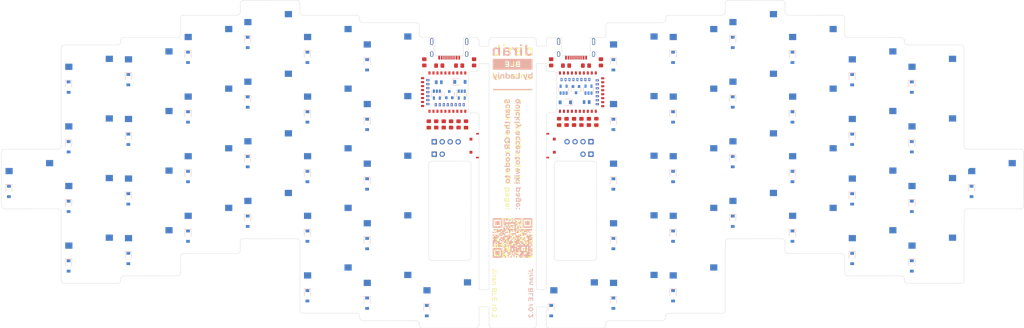
<source format=kicad_pcb>
(kicad_pcb (version 20171130) (host pcbnew "(5.1.7)-1")
  (layers (0 F.Cu signal) (31 B.Cu signal) (34 B.Paste user) (35 F.Paste user) (36 B.SilkS user) (37 F.SilkS user) (38 B.Mask user) (39 F.Mask user) (44 Edge.Cuts user))
  (net 0 "")
  (net 1 GND)
  (net 2 "Net-(D2-Pad2)")
  (net 3 "Net-(D3-Pad2)")
  (net 4 "Net-(D4-Pad2)")
  (net 5 "Net-(D5-Pad2)")
  (net 6 "Net-(D6-Pad2)")
  (net 7 "Net-(D7-Pad2)")
  (net 8 "Net-(D8-Pad2)")
  (net 9 "Net-(D9-Pad2)")
  (net 10 "Net-(D10-Pad2)")
  (net 11 "Net-(D11-Pad2)")
  (net 12 "Net-(D12-Pad2)")
  (net 13 "Net-(D13-Pad2)")
  (net 14 "Net-(D14-Pad2)")
  (net 15 "Net-(D15-Pad2)")
  (net 16 "Net-(D16-Pad2)")
  (net 17 "Net-(D17-Pad2)")
  (net 18 "Net-(D18-Pad2)")
  (net 19 "Net-(D19-Pad2)")
  (net 20 "Net-(D20-Pad2)")
  (net 21 "Net-(D21-Pad2)")
  (net 22 "Net-(D22-Pad2)")
  (net 23 "Net-(D23-Pad2)")
  (net 24 "Net-(D24-Pad2)")
  (net 25 "Net-(D25-Pad2)")
  (net 26 "Net-(D26-Pad2)")
  (net 27 "Net-(D27-Pad2)")
  (net 28 "Net-(D28-Pad2)")
  (net 29 "Net-(LED1-Pad1)")
  (net 30 "Net-(LED2-Pad1)")
  (net 31 VBAT_l)
  (net 32 VBAT_r)
  (net 33 /P1.11_l)
  (net 34 /P0.28_l)
  (net 35 /P1.13_l)
  (net 36 /P0.02_l)
  (net 37 /P0.29_l)
  (net 38 VBUS_l)
  (net 39 VBUS_r)
  (net 40 "Net-(D31-Pad2)")
  (net 41 /P1.11_r)
  (net 42 "Net-(D32-Pad2)")
  (net 43 "Net-(D33-Pad2)")
  (net 44 "Net-(D34-Pad2)")
  (net 45 "Net-(D35-Pad2)")
  (net 46 "Net-(D36-Pad2)")
  (net 47 "Net-(D37-Pad2)")
  (net 48 /P0.28_r)
  (net 49 "Net-(D38-Pad2)")
  (net 50 "Net-(D39-Pad2)")
  (net 51 "Net-(D40-Pad2)")
  (net 52 "Net-(D41-Pad2)")
  (net 53 "Net-(D42-Pad2)")
  (net 54 "Net-(D43-Pad2)")
  (net 55 /P1.13_r)
  (net 56 "Net-(D44-Pad2)")
  (net 57 "Net-(D45-Pad2)")
  (net 58 "Net-(D46-Pad2)")
  (net 59 "Net-(D47-Pad2)")
  (net 60 "Net-(D48-Pad2)")
  (net 61 "Net-(D49-Pad2)")
  (net 62 /P0.02_r)
  (net 63 "Net-(D50-Pad2)")
  (net 64 "Net-(D51-Pad2)")
  (net 65 "Net-(D52-Pad2)")
  (net 66 "Net-(D53-Pad2)")
  (net 67 "Net-(D54-Pad2)")
  (net 68 "Net-(D55-Pad2)")
  (net 69 /P0.29_r)
  (net 70 "Net-(D56-Pad2)")
  (net 71 "Net-(D57-Pad2)")
  (net 72 "Net-(D58-Pad2)")
  (net 73 SWC_l)
  (net 74 SWD_l)
  (net 75 SWC_r)
  (net 76 SWD_r)
  (net 77 BLUE_LED_l)
  (net 78 "Net-(LED3-Pad1)")
  (net 79 BLUE_LED_r)
  (net 80 "Net-(LED4-Pad1)")
  (net 81 /P0.31_l)
  (net 82 /P0.30_l)
  (net 83 /P0.06_l)
  (net 84 /P0.08_l)
  (net 85 /P0.09_l)
  (net 86 /P0.12_l)
  (net 87 RESET_l)
  (net 88 RESET_r)
  (net 89 /P0.31_r)
  (net 90 /P0.30_r)
  (net 91 /P0.06_r)
  (net 92 /P0.08_r)
  (net 93 /P0.09_r)
  (net 94 /P0.12_r)
  (net 95 DATA+_l)
  (net 96 DATA-_l)
  (net 97 DATA-_r)
  (net 98 DATA+_r)
  (net 99 "Net-(D1-Pad1)")
  (net 100 "Net-(D29-Pad2)")
  (net 101 "Net-(D30-Pad1)")
  (net 102 "Net-(J2-PadA5)")
  (net 103 "Net-(J2-PadB5)")
  (net 104 nRF_VDD_l)
  (net 105 "Net-(J5-PadA5)")
  (net 106 "Net-(J5-PadB5)")
  (net 107 nRF_VDD_r)
  (net 108 BATTERY_PIN_l)
  (net 109 "Net-(R8-Pad2)")
  (net 110 "Net-(R9-Pad1)")
  (net 111 BATTERY_PIN_r)
  (net 112 "Net-(R17-Pad2)")
  (net 113 "Net-(R18-Pad1)")
  (net 114 "Net-(U2-Pad13)")
  (net 115 "Net-(U2-Pad11)")
  (net 116 "Net-(U5-Pad13)")
  (net 117 "Net-(U5-Pad11)")
  (module jiran-ble:logotype (layer F.Cu) (at 183.753125 90.884375)
    (fp_text reference G2 hide)
    (fp_text value logo-jiran-hotswap hide)
  )
  (module jiran-ble:logotype (layer B.Cu) (at 183.753125 90.884375 180)
    (fp_text reference G1 hide)
    (fp_text value logo-jiran-hotswap hide)
  )
  (module jiran-ble:Panel_2x5 (layer F.Cu) (at 192.88125 127 90)
    (fp_text reference P4 hide)
    (fp_text value Breakoff)
    (pad "" np_thru_hole circle (at 0 -1.38915 90) (size 0.8 0.8) (drill 0.8) (layers *.Cu *.Mask))
    (pad "" np_thru_hole circle (at 1.1907 -1.38915 90) (size 0.8 0.8) (drill 0.8) (layers *.Cu *.Mask))
    (pad "" np_thru_hole circle (at -1.1907 -1.38915 90) (size 0.8 0.8) (drill 0.8) (layers *.Cu *.Mask))
    (pad "" np_thru_hole circle (at -2.3814 -1.38915 90) (size 0.8 0.8) (drill 0.8) (layers *.Cu *.Mask))
    (pad "" np_thru_hole circle (at 2.3814 -1.38915 90) (size 0.8 0.8) (drill 0.8) (layers *.Cu *.Mask))
    (pad "" np_thru_hole circle (at 2.3814 1.38915 90) (size 0.8 0.8) (drill 0.8) (layers *.Cu *.Mask))
    (pad "" np_thru_hole circle (at 1.1907 1.38915 90) (size 0.8 0.8) (drill 0.8) (layers *.Cu *.Mask))
    (pad "" np_thru_hole circle (at -2.3814 1.38915 90) (size 0.8 0.8) (drill 0.8) (layers *.Cu *.Mask))
    (pad "" np_thru_hole circle (at -1.1907 1.38915 90) (size 0.8 0.8) (drill 0.8) (layers *.Cu *.Mask))
    (pad "" np_thru_hole circle (at 0 1.38915 90) (size 0.8 0.8) (drill 0.8) (layers *.Cu *.Mask))
  )
  (module jiran-ble:Panel_2x5 (layer F.Cu) (at 192.88125 49.2125 90)
    (fp_text reference P3 hide)
    (fp_text value Breakoff)
    (pad "" np_thru_hole circle (at 0 -1.38915 90) (size 0.8 0.8) (drill 0.8) (layers *.Cu *.Mask))
    (pad "" np_thru_hole circle (at 1.1907 -1.38915 90) (size 0.8 0.8) (drill 0.8) (layers *.Cu *.Mask))
    (pad "" np_thru_hole circle (at -1.1907 -1.38915 90) (size 0.8 0.8) (drill 0.8) (layers *.Cu *.Mask))
    (pad "" np_thru_hole circle (at -2.3814 -1.38915 90) (size 0.8 0.8) (drill 0.8) (layers *.Cu *.Mask))
    (pad "" np_thru_hole circle (at 2.3814 -1.38915 90) (size 0.8 0.8) (drill 0.8) (layers *.Cu *.Mask))
    (pad "" np_thru_hole circle (at 2.3814 1.38915 90) (size 0.8 0.8) (drill 0.8) (layers *.Cu *.Mask))
    (pad "" np_thru_hole circle (at 1.1907 1.38915 90) (size 0.8 0.8) (drill 0.8) (layers *.Cu *.Mask))
    (pad "" np_thru_hole circle (at -2.3814 1.38915 90) (size 0.8 0.8) (drill 0.8) (layers *.Cu *.Mask))
    (pad "" np_thru_hole circle (at -1.1907 1.38915 90) (size 0.8 0.8) (drill 0.8) (layers *.Cu *.Mask))
    (pad "" np_thru_hole circle (at 0 1.38915 90) (size 0.8 0.8) (drill 0.8) (layers *.Cu *.Mask))
  )
  (module jiran-ble:Panel_2x5 (layer F.Cu) (at 174.625 49.2125 90)
    (fp_text reference P2 hide)
    (fp_text value Breakoff)
    (pad "" np_thru_hole circle (at 0 -1.38915 90) (size 0.8 0.8) (drill 0.8) (layers *.Cu *.Mask))
    (pad "" np_thru_hole circle (at 1.1907 -1.38915 90) (size 0.8 0.8) (drill 0.8) (layers *.Cu *.Mask))
    (pad "" np_thru_hole circle (at -1.1907 -1.38915 90) (size 0.8 0.8) (drill 0.8) (layers *.Cu *.Mask))
    (pad "" np_thru_hole circle (at -2.3814 -1.38915 90) (size 0.8 0.8) (drill 0.8) (layers *.Cu *.Mask))
    (pad "" np_thru_hole circle (at 2.3814 -1.38915 90) (size 0.8 0.8) (drill 0.8) (layers *.Cu *.Mask))
    (pad "" np_thru_hole circle (at 2.3814 1.38915 90) (size 0.8 0.8) (drill 0.8) (layers *.Cu *.Mask))
    (pad "" np_thru_hole circle (at 1.1907 1.38915 90) (size 0.8 0.8) (drill 0.8) (layers *.Cu *.Mask))
    (pad "" np_thru_hole circle (at -2.3814 1.38915 90) (size 0.8 0.8) (drill 0.8) (layers *.Cu *.Mask))
    (pad "" np_thru_hole circle (at -1.1907 1.38915 90) (size 0.8 0.8) (drill 0.8) (layers *.Cu *.Mask))
    (pad "" np_thru_hole circle (at 0 1.38915 90) (size 0.8 0.8) (drill 0.8) (layers *.Cu *.Mask))
  )
  (module jiran-ble:Panel_2x5 (layer F.Cu) (at 174.625 127 90)
    (fp_text reference P1 hide)
    (fp_text value Breakoff)
    (pad "" np_thru_hole circle (at 0 -1.38915 90) (size 0.8 0.8) (drill 0.8) (layers *.Cu *.Mask))
    (pad "" np_thru_hole circle (at 1.1907 -1.38915 90) (size 0.8 0.8) (drill 0.8) (layers *.Cu *.Mask))
    (pad "" np_thru_hole circle (at -1.1907 -1.38915 90) (size 0.8 0.8) (drill 0.8) (layers *.Cu *.Mask))
    (pad "" np_thru_hole circle (at -2.3814 -1.38915 90) (size 0.8 0.8) (drill 0.8) (layers *.Cu *.Mask))
    (pad "" np_thru_hole circle (at 2.3814 -1.38915 90) (size 0.8 0.8) (drill 0.8) (layers *.Cu *.Mask))
    (pad "" np_thru_hole circle (at 2.3814 1.38915 90) (size 0.8 0.8) (drill 0.8) (layers *.Cu *.Mask))
    (pad "" np_thru_hole circle (at 1.1907 1.38915 90) (size 0.8 0.8) (drill 0.8) (layers *.Cu *.Mask))
    (pad "" np_thru_hole circle (at -2.3814 1.38915 90) (size 0.8 0.8) (drill 0.8) (layers *.Cu *.Mask))
    (pad "" np_thru_hole circle (at -1.1907 1.38915 90) (size 0.8 0.8) (drill 0.8) (layers *.Cu *.Mask))
    (pad "" np_thru_hole circle (at 0 1.38915 90) (size 0.8 0.8) (drill 0.8) (layers *.Cu *.Mask))
  )
  (module jiran-ble:Switch_Mx_Hotswap_1u (layer F.Cu) (at 87.3125 103.1875 180)
    (fp_text reference SW22 hide)
    (fp_text value SW_Push)
    (pad "" np_thru_hole circle (at 0 0) (size 3.9878 3.9878) (drill 3.9878) (layers *.Cu *.Mask))
    (pad "" np_thru_hole circle (at -2.54 5.08) (size 3 3) (drill 3) (layers *.Cu *.Mask))
    (pad 2 smd rect (at -5.842 5.08) (size 2.3 2) (layers B.Cu B.Paste B.Mask) (net 83 /P0.06_l))
    (pad "" np_thru_hole circle (at -5.08 0 48.0996) (size 1.75 1.75) (drill 1.75) (layers *.Cu *.Mask))
    (pad 1 smd rect (at 7.085 2.54) (size 2.3 2) (layers B.Cu B.Paste B.Mask) (net 22 "Net-(D22-Pad2)"))
    (pad "" np_thru_hole circle (at 3.81 2.54) (size 3 3) (drill 3) (layers *.Cu *.Mask))
    (pad "" np_thru_hole circle (at 5.08 0 48.0996) (size 1.75 1.75) (drill 1.75) (layers *.Cu *.Mask))
  )
  (module jiran-ble:Crystal_SMD_CM9V (layer B.Cu) (at 207.35925 64.29375 180)
    (fp_text reference X2 hide)
    (fp_text value Crystal)
    (pad 1 smd rect (at -0.8 0 180) (size 0.8 1.2) (layers B.Cu B.Paste B.Mask) (net 117 "Net-(U5-Pad11)"))
    (pad 2 smd rect (at 0.8 0 180) (size 0.8 1.2) (layers B.Cu B.Paste B.Mask) (net 116 "Net-(U5-Pad13)"))
  )
  (module jiran-ble:Crystal_SMD_CM9V (layer B.Cu) (at 160.2105 57.94375)
    (fp_text reference X1 hide)
    (fp_text value Crystal)
    (pad 1 smd rect (at -0.8 0) (size 0.8 1.2) (layers B.Cu B.Paste B.Mask) (net 115 "Net-(U2-Pad11)"))
    (pad 2 smd rect (at 0.8 0) (size 0.8 1.2) (layers B.Cu B.Paste B.Mask) (net 114 "Net-(U2-Pad13)"))
  )
  (module jiran-ble:E73-2G4M08S1C-52840 (layer F.Cu) (at 203.99375 61.11875 180)
    (fp_text reference U5 hide)
    (fp_text value E73-2G4M08S1C)
    (pad 2 smd rect (at 3.87 -6.119 180) (size 0.65 1) (layers F.Cu F.Paste F.Mask) (net 79 BLUE_LED_r))
    (pad 28 thru_hole rect (at -4.258 4.041 180) (size 0.65 1) (drill 0.3) (layers *.Cu *.Mask))
    (pad 34 thru_hole rect (at -0.448 4.041 180) (size 0.65 1) (drill 0.3) (layers *.Cu *.Mask))
    (pad 25 smd rect (at -8.509 4.42 270) (size 0.65 1) (layers F.Cu F.Paste F.Mask))
    (pad 5 smd rect (at 0.06 -6.119 180) (size 0.65 1) (layers F.Cu F.Paste F.Mask) (net 1 GND))
    (pad 3 smd rect (at 2.6 -6.119 180) (size 0.65 1) (layers F.Cu F.Paste F.Mask))
    (pad 16 thru_hole rect (at -6.798 -1.293 270) (size 0.65 1) (drill 0.3) (layers *.Cu *.Mask) (net 92 /P0.08_r))
    (pad 39 smd rect (at 2.6 6.119 180) (size 0.65 1) (layers F.Cu F.Paste F.Mask) (net 75 SWC_r))
    (pad 20 thru_hole rect (at -6.798 1.247 270) (size 0.65 1) (drill 0.3) (layers *.Cu *.Mask) (net 94 /P0.12_r))
    (pad 13 smd rect (at -8.509 -3.2 270) (size 0.65 1) (layers F.Cu F.Paste F.Mask) (net 116 "Net-(U5-Pad13)"))
    (pad 9 smd rect (at -5.02 -6.119 180) (size 0.65 1) (layers F.Cu F.Paste F.Mask) (net 89 /P0.31_r))
    (pad 37 smd rect (at 1.33 6.119 180) (size 0.65 1) (layers F.Cu F.Paste F.Mask) (net 76 SWD_r))
    (pad 14 thru_hole rect (at -6.798 -2.563 270) (size 0.65 1) (drill 0.3) (layers *.Cu *.Mask) (net 91 /P0.06_r))
    (pad 22 thru_hole rect (at -6.798 2.517 270) (size 0.65 1) (drill 0.3) (layers *.Cu *.Mask))
    (pad 42 thru_hole rect (at 4.632 4.041 180) (size 0.65 1) (drill 0.3) (layers *.Cu *.Mask))
    (pad 35 smd rect (at 0.06 6.119 180) (size 0.65 1) (layers F.Cu F.Paste F.Mask))
    (pad 30 thru_hole rect (at -2.988 4.041 180) (size 0.65 1) (drill 0.3) (layers *.Cu *.Mask))
    (pad 6 smd rect (at -1.21 -6.119 180) (size 0.65 1) (layers F.Cu F.Paste F.Mask) (net 55 /P1.13_r))
    (pad 7 smd rect (at -2.48 -6.119 180) (size 0.65 1) (layers F.Cu F.Paste F.Mask) (net 62 /P0.02_r))
    (pad 38 thru_hole rect (at 2.092 4.041 180) (size 0.65 1) (drill 0.3) (layers *.Cu *.Mask))
    (pad 10 smd rect (at -6.29 -6.119 180) (size 0.65 1) (layers F.Cu F.Paste F.Mask) (net 90 /P0.30_r))
    (pad 26 smd rect (at -6.29 6.119 180) (size 0.65 1) (layers F.Cu F.Paste F.Mask) (net 88 RESET_r))
    (pad 36 thru_hole rect (at 0.822 4.041 180) (size 0.65 1) (drill 0.3) (layers *.Cu *.Mask))
    (pad 11 smd rect (at -8.509 -4.47 270) (size 0.65 1) (layers F.Cu F.Paste F.Mask) (net 117 "Net-(U5-Pad11)"))
    (pad 32 thru_hole rect (at -1.718 4.041 180) (size 0.65 1) (drill 0.3) (layers *.Cu *.Mask))
    (pad 1 smd rect (at 5.14 -6.119 180) (size 0.65 1) (layers F.Cu F.Paste F.Mask) (net 41 /P1.11_r))
    (pad 40 thru_hole rect (at 3.362 4.041 180) (size 0.65 1) (drill 0.3) (layers *.Cu *.Mask))
    (pad 23 smd rect (at -8.509 3.15 270) (size 0.65 1) (layers F.Cu F.Paste F.Mask) (net 107 nRF_VDD_r))
    (pad 27 smd rect (at -5.02 6.119 180) (size 0.65 1) (layers F.Cu F.Paste F.Mask) (net 39 VBUS_r))
    (pad 41 smd rect (at 3.87 6.119 180) (size 0.65 1) (layers F.Cu F.Paste F.Mask) (net 93 /P0.09_r))
    (pad 15 smd rect (at -8.509 -1.93 270) (size 0.65 1) (layers F.Cu F.Paste F.Mask))
    (pad 31 smd rect (at -2.48 6.119 180) (size 0.65 1) (layers F.Cu F.Paste F.Mask) (net 98 DATA+_r))
    (pad 17 smd rect (at -8.509 -0.66 270) (size 0.65 1) (layers F.Cu F.Paste F.Mask))
    (pad 43 smd rect (at 5.14 6.119 180) (size 0.65 1) (layers F.Cu F.Paste F.Mask))
    (pad 12 thru_hole rect (at -6.798 -3.833 270) (size 0.65 1) (drill 0.3) (layers *.Cu *.Mask))
    (pad 21 smd rect (at -8.509 1.88 270) (size 0.65 1) (layers F.Cu F.Paste F.Mask) (net 1 GND))
    (pad 18 thru_hole rect (at -6.798 -0.023 270) (size 0.65 1) (drill 0.3) (layers *.Cu *.Mask) (net 111 BATTERY_PIN_r))
    (pad 19 smd rect (at -8.509 0.61 270) (size 0.65 1) (layers F.Cu F.Paste F.Mask) (net 107 nRF_VDD_r))
    (pad 8 smd rect (at -3.75 -6.119 180) (size 0.65 1) (layers F.Cu F.Paste F.Mask) (net 69 /P0.29_r))
    (pad 4 smd rect (at 1.33 -6.119 180) (size 0.65 1) (layers F.Cu F.Paste F.Mask) (net 48 /P0.28_r))
    (pad 24 thru_hole rect (at -6.798 3.787 270) (size 0.65 1) (drill 0.3) (layers *.Cu *.Mask) (net 1 GND))
    (pad 33 smd rect (at -1.21 6.119 180) (size 0.65 1) (layers F.Cu F.Paste F.Mask))
    (pad 29 smd rect (at -3.75 6.119 180) (size 0.65 1) (layers F.Cu F.Paste F.Mask) (net 97 DATA-_r))
  )
  (module jiran-ble:Package_SMD_SOT-23-5 (layer B.Cu) (at 207.9625 60.325 90)
    (fp_text reference U4 hide)
    (fp_text value XC6220B331MR-G)
    (pad 3 smd rect (at -1.1 -0.95 90) (size 1.06 0.65) (layers B.Cu B.Paste B.Mask) (net 101 "Net-(D30-Pad1)"))
    (pad 1 smd rect (at -1.1 0.95 90) (size 1.06 0.65) (layers B.Cu B.Paste B.Mask) (net 101 "Net-(D30-Pad1)"))
    (pad 4 smd rect (at 1.1 -0.95 90) (size 1.06 0.65) (layers B.Cu B.Paste B.Mask))
    (pad 2 smd rect (at -1.1 0 90) (size 1.06 0.65) (layers B.Cu B.Paste B.Mask) (net 1 GND))
    (pad 5 smd rect (at 1.1 0.95 90) (size 1.06 0.65) (layers B.Cu B.Paste B.Mask) (net 107 nRF_VDD_r))
  )
  (module jiran-ble:E73-2G4M08S1C-52840 (layer F.Cu) (at 163.5125 61.11875)
    (fp_text reference U2 hide)
    (fp_text value E73-2G4M08S1C)
    (pad 2 smd rect (at 3.87 -6.119) (size 0.65 1) (layers F.Cu F.Paste F.Mask) (net 77 BLUE_LED_l))
    (pad 28 thru_hole rect (at -4.258 4.041) (size 0.65 1) (drill 0.3) (layers *.Cu *.Mask))
    (pad 34 thru_hole rect (at -0.448 4.041) (size 0.65 1) (drill 0.3) (layers *.Cu *.Mask))
    (pad 25 smd rect (at -8.509 4.42 90) (size 0.65 1) (layers F.Cu F.Paste F.Mask))
    (pad 5 smd rect (at 0.06 -6.119) (size 0.65 1) (layers F.Cu F.Paste F.Mask) (net 1 GND))
    (pad 3 smd rect (at 2.6 -6.119) (size 0.65 1) (layers F.Cu F.Paste F.Mask))
    (pad 16 thru_hole rect (at -6.798 -1.293 90) (size 0.65 1) (drill 0.3) (layers *.Cu *.Mask) (net 84 /P0.08_l))
    (pad 39 smd rect (at 2.6 6.119) (size 0.65 1) (layers F.Cu F.Paste F.Mask) (net 73 SWC_l))
    (pad 20 thru_hole rect (at -6.798 1.247 90) (size 0.65 1) (drill 0.3) (layers *.Cu *.Mask) (net 86 /P0.12_l))
    (pad 13 smd rect (at -8.509 -3.2 90) (size 0.65 1) (layers F.Cu F.Paste F.Mask) (net 114 "Net-(U2-Pad13)"))
    (pad 9 smd rect (at -5.02 -6.119) (size 0.65 1) (layers F.Cu F.Paste F.Mask) (net 81 /P0.31_l))
    (pad 37 smd rect (at 1.33 6.119) (size 0.65 1) (layers F.Cu F.Paste F.Mask) (net 74 SWD_l))
    (pad 14 thru_hole rect (at -6.798 -2.563 90) (size 0.65 1) (drill 0.3) (layers *.Cu *.Mask) (net 83 /P0.06_l))
    (pad 22 thru_hole rect (at -6.798 2.517 90) (size 0.65 1) (drill 0.3) (layers *.Cu *.Mask))
    (pad 42 thru_hole rect (at 4.632 4.041) (size 0.65 1) (drill 0.3) (layers *.Cu *.Mask))
    (pad 35 smd rect (at 0.06 6.119) (size 0.65 1) (layers F.Cu F.Paste F.Mask))
    (pad 30 thru_hole rect (at -2.988 4.041) (size 0.65 1) (drill 0.3) (layers *.Cu *.Mask))
    (pad 6 smd rect (at -1.21 -6.119) (size 0.65 1) (layers F.Cu F.Paste F.Mask) (net 35 /P1.13_l))
    (pad 7 smd rect (at -2.48 -6.119) (size 0.65 1) (layers F.Cu F.Paste F.Mask) (net 36 /P0.02_l))
    (pad 38 thru_hole rect (at 2.092 4.041) (size 0.65 1) (drill 0.3) (layers *.Cu *.Mask))
    (pad 10 smd rect (at -6.29 -6.119) (size 0.65 1) (layers F.Cu F.Paste F.Mask) (net 82 /P0.30_l))
    (pad 26 smd rect (at -6.29 6.119) (size 0.65 1) (layers F.Cu F.Paste F.Mask) (net 87 RESET_l))
    (pad 36 thru_hole rect (at 0.822 4.041) (size 0.65 1) (drill 0.3) (layers *.Cu *.Mask))
    (pad 11 smd rect (at -8.509 -4.47 90) (size 0.65 1) (layers F.Cu F.Paste F.Mask) (net 115 "Net-(U2-Pad11)"))
    (pad 32 thru_hole rect (at -1.718 4.041) (size 0.65 1) (drill 0.3) (layers *.Cu *.Mask))
    (pad 1 smd rect (at 5.14 -6.119) (size 0.65 1) (layers F.Cu F.Paste F.Mask) (net 33 /P1.11_l))
    (pad 40 thru_hole rect (at 3.362 4.041) (size 0.65 1) (drill 0.3) (layers *.Cu *.Mask))
    (pad 23 smd rect (at -8.509 3.15 90) (size 0.65 1) (layers F.Cu F.Paste F.Mask) (net 104 nRF_VDD_l))
    (pad 27 smd rect (at -5.02 6.119) (size 0.65 1) (layers F.Cu F.Paste F.Mask) (net 38 VBUS_l))
    (pad 41 smd rect (at 3.87 6.119) (size 0.65 1) (layers F.Cu F.Paste F.Mask) (net 85 /P0.09_l))
    (pad 15 smd rect (at -8.509 -1.93 90) (size 0.65 1) (layers F.Cu F.Paste F.Mask))
    (pad 31 smd rect (at -2.48 6.119) (size 0.65 1) (layers F.Cu F.Paste F.Mask) (net 95 DATA+_l))
    (pad 17 smd rect (at -8.509 -0.66 90) (size 0.65 1) (layers F.Cu F.Paste F.Mask))
    (pad 43 smd rect (at 5.14 6.119) (size 0.65 1) (layers F.Cu F.Paste F.Mask))
    (pad 12 thru_hole rect (at -6.798 -3.833 90) (size 0.65 1) (drill 0.3) (layers *.Cu *.Mask))
    (pad 21 smd rect (at -8.509 1.88 90) (size 0.65 1) (layers F.Cu F.Paste F.Mask) (net 1 GND))
    (pad 18 thru_hole rect (at -6.798 -0.023 90) (size 0.65 1) (drill 0.3) (layers *.Cu *.Mask) (net 108 BATTERY_PIN_l))
    (pad 19 smd rect (at -8.509 0.61 90) (size 0.65 1) (layers F.Cu F.Paste F.Mask) (net 104 nRF_VDD_l))
    (pad 8 smd rect (at -3.75 -6.119) (size 0.65 1) (layers F.Cu F.Paste F.Mask) (net 37 /P0.29_l))
    (pad 4 smd rect (at 1.33 -6.119) (size 0.65 1) (layers F.Cu F.Paste F.Mask) (net 34 /P0.28_l))
    (pad 24 thru_hole rect (at -6.798 3.787 90) (size 0.65 1) (drill 0.3) (layers *.Cu *.Mask) (net 1 GND))
    (pad 33 smd rect (at -1.21 6.119) (size 0.65 1) (layers F.Cu F.Paste F.Mask))
    (pad 29 smd rect (at -3.75 6.119) (size 0.65 1) (layers F.Cu F.Paste F.Mask) (net 96 DATA-_l))
  )
  (module jiran-ble:Package_SMD_SOT-23-5 (layer B.Cu) (at 159.5755 61.9125 270)
    (fp_text reference U1 hide)
    (fp_text value XC6220B331MR-G)
    (pad 3 smd rect (at -1.1 -0.95 270) (size 1.06 0.65) (layers B.Cu B.Paste B.Mask) (net 99 "Net-(D1-Pad1)"))
    (pad 1 smd rect (at -1.1 0.95 270) (size 1.06 0.65) (layers B.Cu B.Paste B.Mask) (net 99 "Net-(D1-Pad1)"))
    (pad 4 smd rect (at 1.1 -0.95 270) (size 1.06 0.65) (layers B.Cu B.Paste B.Mask))
    (pad 2 smd rect (at -1.1 0 270) (size 1.06 0.65) (layers B.Cu B.Paste B.Mask) (net 1 GND))
    (pad 5 smd rect (at 1.1 0.95 270) (size 1.06 0.65) (layers B.Cu B.Paste B.Mask) (net 104 nRF_VDD_l))
  )
  (module jiran-ble:Switch_Mx_Hotswap_1u (layer F.Cu) (at 299.24375 53.18125 180)
    (fp_text reference SW32 hide)
    (fp_text value SW_Push)
    (pad "" np_thru_hole circle (at 0 0) (size 3.9878 3.9878) (drill 3.9878) (layers *.Cu *.Mask))
    (pad "" np_thru_hole circle (at -2.54 5.08) (size 3 3) (drill 3) (layers *.Cu *.Mask))
    (pad 2 smd rect (at -5.842 5.08) (size 2.3 2) (layers B.Cu B.Paste B.Mask) (net 90 /P0.30_r))
    (pad "" np_thru_hole circle (at -5.08 0 48.0996) (size 1.75 1.75) (drill 1.75) (layers *.Cu *.Mask))
    (pad 1 smd rect (at 7.085 2.54) (size 2.3 2) (layers B.Cu B.Paste B.Mask) (net 42 "Net-(D32-Pad2)"))
    (pad "" np_thru_hole circle (at 3.81 2.54) (size 3 3) (drill 3) (layers *.Cu *.Mask))
    (pad "" np_thru_hole circle (at 5.08 0 48.0996) (size 1.75 1.75) (drill 1.75) (layers *.Cu *.Mask))
  )
  (module jiran-ble:Switch_Mx_Hotswap_1u (layer F.Cu) (at 318.29375 55.5625 180)
    (fp_text reference SW31 hide)
    (fp_text value SW_Push)
    (pad "" np_thru_hole circle (at 0 0) (size 3.9878 3.9878) (drill 3.9878) (layers *.Cu *.Mask))
    (pad "" np_thru_hole circle (at -2.54 5.08) (size 3 3) (drill 3) (layers *.Cu *.Mask))
    (pad 2 smd rect (at -5.842 5.08) (size 2.3 2) (layers B.Cu B.Paste B.Mask) (net 89 /P0.31_r))
    (pad "" np_thru_hole circle (at -5.08 0 48.0996) (size 1.75 1.75) (drill 1.75) (layers *.Cu *.Mask))
    (pad 1 smd rect (at 7.085 2.54) (size 2.3 2) (layers B.Cu B.Paste B.Mask) (net 40 "Net-(D31-Pad2)"))
    (pad "" np_thru_hole circle (at 3.81 2.54) (size 3 3) (drill 3) (layers *.Cu *.Mask))
    (pad "" np_thru_hole circle (at 5.08 0 48.0996) (size 1.75 1.75) (drill 1.75) (layers *.Cu *.Mask))
  )
  (module jiran-ble:Switch_Mx_Hotswap_1u (layer F.Cu) (at 163.5125 127 180)
    (fp_text reference SW29 hide)
    (fp_text value SW_Push)
    (pad "" np_thru_hole circle (at 0 0) (size 3.9878 3.9878) (drill 3.9878) (layers *.Cu *.Mask))
    (pad "" np_thru_hole circle (at -2.54 5.08) (size 3 3) (drill 3) (layers *.Cu *.Mask))
    (pad 2 smd rect (at -5.842 5.08) (size 2.3 2) (layers B.Cu B.Paste B.Mask) (net 86 /P0.12_l))
    (pad "" np_thru_hole circle (at -5.08 0 48.0996) (size 1.75 1.75) (drill 1.75) (layers *.Cu *.Mask))
    (pad 1 smd rect (at 7.085 2.54) (size 2.3 2) (layers B.Cu B.Paste B.Mask) (net 100 "Net-(D29-Pad2)"))
    (pad "" np_thru_hole circle (at 3.81 2.54) (size 3 3) (drill 3) (layers *.Cu *.Mask))
    (pad "" np_thru_hole circle (at 5.08 0 48.0996) (size 1.75 1.75) (drill 1.75) (layers *.Cu *.Mask))
  )
  (module jiran-ble:Switch_SMD_Tact_3-6-3,5 (layer F.Cu) (at 171.45 78.232 90)
    (fp_text reference SW1 hide)
    (fp_text value SW_PUSH)
    (pad 1 smd rect (at -2.1 -1 90) (size 0.9 0.9) (layers F.Cu F.Paste F.Mask) (net 87 RESET_l))
    (pad 2 smd rect (at 2.1 -1 90) (size 0.9 0.9) (layers F.Cu F.Paste F.Mask) (net 1 GND))
    (pad GND smd rect (at -3.8 1.1 90) (size 0.5 0.9) (layers F.Cu F.Paste F.Mask))
    (pad GND smd rect (at 3.8 1.1 90) (size 0.5 0.9) (layers F.Cu F.Paste F.Mask))
    (pad "" np_thru_hole circle (at -1.1 0 90) (size 1 1) (drill 1) (layers *.Cu *.Mask))
    (pad "" np_thru_hole circle (at 1.1 0 90) (size 1 1) (drill 1) (layers *.Cu *.Mask))
  )
  (module jiran-ble:Resistor_SMD_0805 (layer F.Cu) (at 203.35875 70.64375 90)
    (fp_text reference R18 hide)
    (fp_text value RPROG)
    (pad 1 smd roundrect (at -1 0 90) (size 1.2 1.4) (layers F.Cu F.Paste F.Mask) (roundrect_rratio 0.2083325) (net 113 "Net-(R18-Pad1)"))
    (pad 2 smd roundrect (at 1 0 90) (size 1.2 1.4) (layers F.Cu F.Paste F.Mask) (roundrect_rratio 0.2083325) (net 1 GND))
  )
  (module jiran-ble:Resistor_SMD_0805 (layer F.Cu) (at 208.0895 70.64375 90)
    (fp_text reference R17 hide)
    (fp_text value 1K)
    (pad 1 smd roundrect (at -1 0 90) (size 1.2 1.4) (layers F.Cu F.Paste F.Mask) (roundrect_rratio 0.2083325) (net 80 "Net-(LED4-Pad1)"))
    (pad 2 smd roundrect (at 1 0 90) (size 1.2 1.4) (layers F.Cu F.Paste F.Mask) (roundrect_rratio 0.2083325) (net 112 "Net-(R17-Pad2)"))
  )
  (module jiran-ble:Package_SMD_SOT-23 (layer B.Cu) (at 203.99375 60.325 270)
    (fp_text reference Q3 hide)
    (fp_text value AO3407)
    (pad 2 smd rect (at -1 -0.95 270) (size 0.9 0.8) (layers B.Cu B.Paste B.Mask) (net 101 "Net-(D30-Pad1)"))
    (pad 3 smd rect (at 1 0 270) (size 0.9 0.8) (layers B.Cu B.Paste B.Mask) (net 32 VBAT_r))
    (pad 1 smd rect (at -1 0.95 270) (size 0.9 0.8) (layers B.Cu B.Paste B.Mask) (net 39 VBUS_r))
  )
  (module jiran-ble:USB-C_MidMount (layer F.Cu) (at 203.99375 46.0375)
    (fp_text reference J5 hide)
    (fp_text value "USB-C Conn")
    (pad B7 smd rect (at 0.75 4.05) (size 0.3 1.25) (layers F.Cu F.Paste F.Mask) (net 97 DATA-_r) (clearance 0.15))
    (pad S1 thru_hole circle (at 5.5753 -1.4097) (size 1 1) (drill 0.6) (layers *.Cu *.Mask) (net 1 GND))
    (pad S1 thru_hole circle (at 5.5753 -1.1049) (size 1 1) (drill 0.6) (layers *.Cu *.Mask) (net 1 GND))
    (pad S1 thru_hole circle (at -5.5753 -0.4826) (size 1 1) (drill 0.6) (layers *.Cu *.Mask) (net 1 GND))
    (pad B6 smd rect (at -0.75 4.05) (size 0.3 1.25) (layers F.Cu F.Paste F.Mask) (net 98 DATA+_r) (clearance 0.15))
    (pad A4 smd rect (at -2.4 4.05) (size 0.54 1.25) (layers F.Cu F.Paste F.Mask) (net 39 VBUS_r) (clearance 0.15))
    (pad S1 thru_hole circle (at -5.5753 -0.7747) (size 1 1) (drill 0.6) (layers *.Cu *.Mask) (net 1 GND))
    (pad S1 thru_hole circle (at -5.5753 -1.1176) (size 1 1) (drill 0.6) (layers *.Cu *.Mask) (net 1 GND))
    (pad S1 thru_hole circle (at -5.5753 -1.4224) (size 1 1) (drill 0.6) (layers *.Cu *.Mask) (net 1 GND))
    (pad S1 thru_hole circle (at -5.5756 -1.7018) (size 1 1) (drill 0.6) (layers *.Cu *.Mask) (net 1 GND))
    (pad S1 thru_hole circle (at 5.5753 -0.762) (size 1 1) (drill 0.6) (layers *.Cu *.Mask) (net 1 GND))
    (pad A5 smd rect (at 1.25 4.05) (size 0.3 1.25) (layers F.Cu F.Paste F.Mask) (net 105 "Net-(J5-PadA5)") (clearance 0.15))
    (pad A7 smd rect (at -0.25 4.05) (size 0.3 1.25) (layers F.Cu F.Paste F.Mask) (net 97 DATA-_r) (clearance 0.15))
    (pad A4 smd rect (at 2.4 4.05) (size 0.54 1.25) (layers F.Cu F.Paste F.Mask) (net 39 VBUS_r) (clearance 0.15))
    (pad A1 smd rect (at -3.2 4.05) (size 0.54 1.25) (layers F.Cu F.Paste F.Mask) (net 1 GND) (clearance 0.15))
    (pad S1 thru_hole circle (at -5.5753 3.0607) (size 1 1) (drill 0.6) (layers *.Cu *.Mask) (net 1 GND))
    (pad S1 thru_hole circle (at -5.575 3.306) (size 1 1) (drill 0.6) (layers *.Cu *.Mask) (net 1 GND))
    (pad S1 thru_hole circle (at -5.575 2.544) (size 1 1) (drill 0.6) (layers *.Cu *.Mask) (net 1 GND))
    (pad S1 thru_hole circle (at -5.575 2.8067) (size 1 1) (drill 0.6) (layers *.Cu *.Mask) (net 1 GND))
    (pad S1 thru_hole circle (at 5.5756 3.306) (size 1 1) (drill 0.6) (layers *.Cu *.Mask) (net 1 GND))
    (pad S1 thru_hole circle (at 5.5756 2.544) (size 1 1) (drill 0.6) (layers *.Cu *.Mask) (net 1 GND))
    (pad S1 thru_hole circle (at 5.5753 3.0607) (size 1 1) (drill 0.6) (layers *.Cu *.Mask) (net 1 GND))
    (pad A1 smd rect (at 3.2 4.05) (size 0.54 1.25) (layers F.Cu F.Paste F.Mask) (net 1 GND) (clearance 0.15))
    (pad B5 smd rect (at -1.75 4.05) (size 0.3 1.25) (layers F.Cu F.Paste F.Mask) (net 106 "Net-(J5-PadB5)") (clearance 0.15))
    (pad A6 smd rect (at 0.25 4.05) (size 0.3 1.25) (layers F.Cu F.Paste F.Mask) (net 98 DATA+_r) (clearance 0.15))
    (pad S1 thru_hole circle (at 5.5756 2.8067) (size 1 1) (drill 0.6) (layers *.Cu *.Mask) (net 1 GND))
    (pad S1 thru_hole circle (at 5.5753 -0.4699) (size 1 1) (drill 0.6) (layers *.Cu *.Mask) (net 1 GND))
    (pad S1 thru_hole circle (at 5.575 -1.6891) (size 1 1) (drill 0.6) (layers *.Cu *.Mask) (net 1 GND))
    (pad B8 smd rect (at 1.758 4.05) (size 0.3 1.25) (layers F.Cu F.Paste F.Mask) (clearance 0.15))
    (pad A8 smd rect (at -1.25 4.05) (size 0.3 1.25) (layers F.Cu F.Paste F.Mask) (clearance 0.15))
  )
  (module jiran-ble:Connector_THT_1x4_2.54 (layer F.Cu) (at 158.75 76.99375 90)
    (fp_text reference J3 hide)
    (fp_text value SWD)
    (pad 4 thru_hole oval (at 0 7.62 90) (size 1.7 1.7) (drill 1) (layers *.Cu *.Mask) (net 73 SWC_l))
    (pad 1 thru_hole rect (at 0 0 90) (size 1.7 1.7) (drill 1) (layers *.Cu *.Mask) (net 1 GND))
    (pad 2 thru_hole oval (at 0 2.54 90) (size 1.7 1.7) (drill 1) (layers *.Cu *.Mask) (net 104 nRF_VDD_l))
    (pad 3 thru_hole oval (at 0 5.08 90) (size 1.7 1.7) (drill 1) (layers *.Cu *.Mask) (net 74 SWD_l))
  )
  (module jiran-ble:USB-C_MidMount (layer F.Cu) (at 163.5125 46.0375)
    (fp_text reference J2 hide)
    (fp_text value "USB-C Conn")
    (pad B7 smd rect (at 0.75 4.05) (size 0.3 1.25) (layers F.Cu F.Paste F.Mask) (net 96 DATA-_l) (clearance 0.15))
    (pad S1 thru_hole circle (at 5.5753 -1.4097) (size 1 1) (drill 0.6) (layers *.Cu *.Mask) (net 1 GND))
    (pad S1 thru_hole circle (at 5.5753 -1.1049) (size 1 1) (drill 0.6) (layers *.Cu *.Mask) (net 1 GND))
    (pad S1 thru_hole circle (at -5.5753 -0.4826) (size 1 1) (drill 0.6) (layers *.Cu *.Mask) (net 1 GND))
    (pad B6 smd rect (at -0.75 4.05) (size 0.3 1.25) (layers F.Cu F.Paste F.Mask) (net 95 DATA+_l) (clearance 0.15))
    (pad A4 smd rect (at -2.4 4.05) (size 0.54 1.25) (layers F.Cu F.Paste F.Mask) (net 38 VBUS_l) (clearance 0.15))
    (pad S1 thru_hole circle (at -5.5753 -0.7747) (size 1 1) (drill 0.6) (layers *.Cu *.Mask) (net 1 GND))
    (pad S1 thru_hole circle (at -5.5753 -1.1176) (size 1 1) (drill 0.6) (layers *.Cu *.Mask) (net 1 GND))
    (pad S1 thru_hole circle (at -5.5753 -1.4224) (size 1 1) (drill 0.6) (layers *.Cu *.Mask) (net 1 GND))
    (pad S1 thru_hole circle (at -5.5756 -1.7018) (size 1 1) (drill 0.6) (layers *.Cu *.Mask) (net 1 GND))
    (pad S1 thru_hole circle (at 5.5753 -0.762) (size 1 1) (drill 0.6) (layers *.Cu *.Mask) (net 1 GND))
    (pad A5 smd rect (at 1.25 4.05) (size 0.3 1.25) (layers F.Cu F.Paste F.Mask) (net 102 "Net-(J2-PadA5)") (clearance 0.15))
    (pad A7 smd rect (at -0.25 4.05) (size 0.3 1.25) (layers F.Cu F.Paste F.Mask) (net 96 DATA-_l) (clearance 0.15))
    (pad A4 smd rect (at 2.4 4.05) (size 0.54 1.25) (layers F.Cu F.Paste F.Mask) (net 38 VBUS_l) (clearance 0.15))
    (pad A1 smd rect (at -3.2 4.05) (size 0.54 1.25) (layers F.Cu F.Paste F.Mask) (net 1 GND) (clearance 0.15))
    (pad S1 thru_hole circle (at -5.5753 3.0607) (size 1 1) (drill 0.6) (layers *.Cu *.Mask) (net 1 GND))
    (pad S1 thru_hole circle (at -5.575 3.306) (size 1 1) (drill 0.6) (layers *.Cu *.Mask) (net 1 GND))
    (pad S1 thru_hole circle (at -5.575 2.544) (size 1 1) (drill 0.6) (layers *.Cu *.Mask) (net 1 GND))
    (pad S1 thru_hole circle (at -5.575 2.8067) (size 1 1) (drill 0.6) (layers *.Cu *.Mask) (net 1 GND))
    (pad S1 thru_hole circle (at 5.5756 3.306) (size 1 1) (drill 0.6) (layers *.Cu *.Mask) (net 1 GND))
    (pad S1 thru_hole circle (at 5.5756 2.544) (size 1 1) (drill 0.6) (layers *.Cu *.Mask) (net 1 GND))
    (pad S1 thru_hole circle (at 5.5753 3.0607) (size 1 1) (drill 0.6) (layers *.Cu *.Mask) (net 1 GND))
    (pad A1 smd rect (at 3.2 4.05) (size 0.54 1.25) (layers F.Cu F.Paste F.Mask) (net 1 GND) (clearance 0.15))
    (pad B5 smd rect (at -1.75 4.05) (size 0.3 1.25) (layers F.Cu F.Paste F.Mask) (net 103 "Net-(J2-PadB5)") (clearance 0.15))
    (pad A6 smd rect (at 0.25 4.05) (size 0.3 1.25) (layers F.Cu F.Paste F.Mask) (net 95 DATA+_l) (clearance 0.15))
    (pad S1 thru_hole circle (at 5.5756 2.8067) (size 1 1) (drill 0.6) (layers *.Cu *.Mask) (net 1 GND))
    (pad S1 thru_hole circle (at 5.5753 -0.4699) (size 1 1) (drill 0.6) (layers *.Cu *.Mask) (net 1 GND))
    (pad S1 thru_hole circle (at 5.575 -1.6891) (size 1 1) (drill 0.6) (layers *.Cu *.Mask) (net 1 GND))
    (pad B8 smd rect (at 1.758 4.05) (size 0.3 1.25) (layers F.Cu F.Paste F.Mask) (clearance 0.15))
    (pad A8 smd rect (at -1.25 4.05) (size 0.3 1.25) (layers F.Cu F.Paste F.Mask) (clearance 0.15))
  )
  (module jiran-ble:Hole_Mount_M4 (layer F.Cu) (at 327.81875 84.1375)
    (fp_text reference HM10 hide)
    (fp_text value CaseHole)
    (pad "" np_thru_hole circle (at 0 0) (size 4.2 4.2) (drill 4.2) (layers *.Cu *.Mask))
  )
  (module jiran-ble:Hole_Mount_M4 (layer F.Cu) (at 308.76875 101.996875)
    (fp_text reference HM9 hide)
    (fp_text value CaseHole)
    (pad "" np_thru_hole circle (at 0 0) (size 4.2 4.2) (drill 4.2) (layers *.Cu *.Mask))
  )
  (module jiran-ble:Hole_Mount_M4 (layer F.Cu) (at 308.76875 63.896875)
    (fp_text reference HM8 hide)
    (fp_text value CaseHole)
    (pad "" np_thru_hole circle (at 0 0) (size 4.2 4.2) (drill 4.2) (layers *.Cu *.Mask))
  )
  (module jiran-ble:Hole_Mount_M4 (layer F.Cu) (at 232.56875 56.753125)
    (fp_text reference HM7 hide)
    (fp_text value CaseHole)
    (pad "" np_thru_hole circle (at 0 0) (size 4.2 4.2) (drill 4.2) (layers *.Cu *.Mask))
  )
  (module jiran-ble:Hole_Mount_M4 (layer F.Cu) (at 232.56875 113.903125)
    (fp_text reference HM6 hide)
    (fp_text value CaseHole)
    (pad "" np_thru_hole circle (at 0 0) (size 4.2 4.2) (drill 4.2) (layers *.Cu *.Mask))
  )
  (module jiran-ble:Hole_Mount_M4 (layer F.Cu) (at 39.6875 84.1375)
    (fp_text reference HM5 hide)
    (fp_text value CaseHole)
    (pad "" np_thru_hole circle (at 0 0) (size 4.2 4.2) (drill 4.2) (layers *.Cu *.Mask))
  )
  (module jiran-ble:Hole_Mount_M4 (layer F.Cu) (at 58.7375 101.996875)
    (fp_text reference HM4 hide)
    (fp_text value CaseHole)
    (pad "" np_thru_hole circle (at 0 0) (size 4.2 4.2) (drill 4.2) (layers *.Cu *.Mask))
  )
  (module jiran-ble:Hole_Mount_M4 (layer F.Cu) (at 58.7375 63.896875)
    (fp_text reference HM3 hide)
    (fp_text value CaseHole)
    (pad "" np_thru_hole circle (at 0 0) (size 4.2 4.2) (drill 4.2) (layers *.Cu *.Mask))
  )
  (module jiran-ble:Hole_Mount_M4 (layer F.Cu) (at 134.9375 56.753125)
    (fp_text reference HM2 hide)
    (fp_text value CaseHole)
    (pad "" np_thru_hole circle (at 0 0) (size 4.2 4.2) (drill 4.2) (layers *.Cu *.Mask))
  )
  (module jiran-ble:Hole_Mount_M4 (layer F.Cu) (at 134.9375 113.903125)
    (fp_text reference HM1 hide)
    (fp_text value CaseHole)
    (pad "" np_thru_hole circle (at 0 0) (size 4.2 4.2) (drill 4.2) (layers *.Cu *.Mask))
  )
  (module jiran-ble:Diode_SMD_SOD-123 (layer B.Cu) (at 196.05625 130.96875 270)
    (fp_text reference D58 hide)
    (fp_text value 1N4148)
    (pad 2 smd rect (at 1.65 0 270) (size 0.9 1.2) (layers B.Cu B.Paste B.Mask) (net 72 "Net-(D58-Pad2)"))
    (pad 1 smd rect (at -1.65 0 270) (size 0.9 1.2) (layers B.Cu B.Paste B.Mask) (net 69 /P0.29_r))
  )
  (module jiran-ble:Diode_SMD_SOD-123 (layer B.Cu) (at 215.9 128.5875 270)
    (fp_text reference D57 hide)
    (fp_text value 1N4148)
    (pad 2 smd rect (at 1.65 0 270) (size 0.9 1.2) (layers B.Cu B.Paste B.Mask) (net 71 "Net-(D57-Pad2)"))
    (pad 1 smd rect (at -1.65 0 270) (size 0.9 1.2) (layers B.Cu B.Paste B.Mask) (net 69 /P0.29_r))
  )
  (module jiran-ble:Diode_SMD_SOD-123 (layer B.Cu) (at 234.95 126.20625 270)
    (fp_text reference D56 hide)
    (fp_text value 1N4148)
    (pad 2 smd rect (at 1.65 0 270) (size 0.9 1.2) (layers B.Cu B.Paste B.Mask) (net 70 "Net-(D56-Pad2)"))
    (pad 1 smd rect (at -1.65 0 270) (size 0.9 1.2) (layers B.Cu B.Paste B.Mask) (net 69 /P0.29_r))
  )
  (module jiran-ble:Diode_SMD_SOD-123 (layer B.Cu) (at 330.2 92.86875 270)
    (fp_text reference D55 hide)
    (fp_text value 1N4148)
    (pad 2 smd rect (at 1.65 0 270) (size 0.9 1.2) (layers B.Cu B.Paste B.Mask) (net 68 "Net-(D55-Pad2)"))
    (pad 1 smd rect (at -1.65 0 270) (size 0.9 1.2) (layers B.Cu B.Paste B.Mask) (net 69 /P0.29_r))
  )
  (module jiran-ble:Diode_SMD_SOD-123 (layer B.Cu) (at 215.9 109.5375 270)
    (fp_text reference D54 hide)
    (fp_text value 1N4148)
    (pad 2 smd rect (at 1.65 0 270) (size 0.9 1.2) (layers B.Cu B.Paste B.Mask) (net 67 "Net-(D54-Pad2)"))
    (pad 1 smd rect (at -1.65 0 270) (size 0.9 1.2) (layers B.Cu B.Paste B.Mask) (net 62 /P0.02_r))
  )
  (module jiran-ble:Diode_SMD_SOD-123 (layer B.Cu) (at 234.95 107.15625 270)
    (fp_text reference D53 hide)
    (fp_text value 1N4148)
    (pad 2 smd rect (at 1.65 0 270) (size 0.9 1.2) (layers B.Cu B.Paste B.Mask) (net 66 "Net-(D53-Pad2)"))
    (pad 1 smd rect (at -1.65 0 270) (size 0.9 1.2) (layers B.Cu B.Paste B.Mask) (net 62 /P0.02_r))
  )
  (module jiran-ble:Diode_SMD_SOD-123 (layer B.Cu) (at 254 102.39375 270)
    (fp_text reference D52 hide)
    (fp_text value 1N4148)
    (pad 2 smd rect (at 1.65 0 270) (size 0.9 1.2) (layers B.Cu B.Paste B.Mask) (net 65 "Net-(D52-Pad2)"))
    (pad 1 smd rect (at -1.65 0 270) (size 0.9 1.2) (layers B.Cu B.Paste B.Mask) (net 62 /P0.02_r))
  )
  (module jiran-ble:Diode_SMD_SOD-123 (layer B.Cu) (at 273.05 107.15625 270)
    (fp_text reference D51 hide)
    (fp_text value 1N4148)
    (pad 2 smd rect (at 1.65 0 270) (size 0.9 1.2) (layers B.Cu B.Paste B.Mask) (net 64 "Net-(D51-Pad2)"))
    (pad 1 smd rect (at -1.65 0 270) (size 0.9 1.2) (layers B.Cu B.Paste B.Mask) (net 62 /P0.02_r))
  )
  (module jiran-ble:Diode_SMD_SOD-123 (layer B.Cu) (at 292.1 114.3 270)
    (fp_text reference D50 hide)
    (fp_text value 1N4148)
    (pad 2 smd rect (at 1.65 0 270) (size 0.9 1.2) (layers B.Cu B.Paste B.Mask) (net 63 "Net-(D50-Pad2)"))
    (pad 1 smd rect (at -1.65 0 270) (size 0.9 1.2) (layers B.Cu B.Paste B.Mask) (net 62 /P0.02_r))
  )
  (module jiran-ble:Diode_SMD_SOD-123 (layer B.Cu) (at 311.15 116.68125 270)
    (fp_text reference D49 hide)
    (fp_text value 1N4148)
    (pad 2 smd rect (at 1.65 0 270) (size 0.9 1.2) (layers B.Cu B.Paste B.Mask) (net 61 "Net-(D49-Pad2)"))
    (pad 1 smd rect (at -1.65 0 270) (size 0.9 1.2) (layers B.Cu B.Paste B.Mask) (net 62 /P0.02_r))
  )
  (module jiran-ble:Diode_SMD_SOD-123 (layer B.Cu) (at 215.9 90.4875 270)
    (fp_text reference D48 hide)
    (fp_text value 1N4148)
    (pad 2 smd rect (at 1.65 0 270) (size 0.9 1.2) (layers B.Cu B.Paste B.Mask) (net 60 "Net-(D48-Pad2)"))
    (pad 1 smd rect (at -1.65 0 270) (size 0.9 1.2) (layers B.Cu B.Paste B.Mask) (net 55 /P1.13_r))
  )
  (module jiran-ble:Diode_SMD_SOD-123 (layer B.Cu) (at 234.95 88.10625 270)
    (fp_text reference D47 hide)
    (fp_text value 1N4148)
    (pad 2 smd rect (at 1.65 0 270) (size 0.9 1.2) (layers B.Cu B.Paste B.Mask) (net 59 "Net-(D47-Pad2)"))
    (pad 1 smd rect (at -1.65 0 270) (size 0.9 1.2) (layers B.Cu B.Paste B.Mask) (net 55 /P1.13_r))
  )
  (module jiran-ble:Diode_SMD_SOD-123 (layer B.Cu) (at 254 83.34375 270)
    (fp_text reference D46 hide)
    (fp_text value 1N4148)
    (pad 2 smd rect (at 1.65 0 270) (size 0.9 1.2) (layers B.Cu B.Paste B.Mask) (net 58 "Net-(D46-Pad2)"))
    (pad 1 smd rect (at -1.65 0 270) (size 0.9 1.2) (layers B.Cu B.Paste B.Mask) (net 55 /P1.13_r))
  )
  (module jiran-ble:Diode_SMD_SOD-123 (layer B.Cu) (at 273.05 88.10625 270)
    (fp_text reference D45 hide)
    (fp_text value 1N4148)
    (pad 2 smd rect (at 1.65 0 270) (size 0.9 1.2) (layers B.Cu B.Paste B.Mask) (net 57 "Net-(D45-Pad2)"))
    (pad 1 smd rect (at -1.65 0 270) (size 0.9 1.2) (layers B.Cu B.Paste B.Mask) (net 55 /P1.13_r))
  )
  (module jiran-ble:Diode_SMD_SOD-123 (layer B.Cu) (at 292.1 95.25 270)
    (fp_text reference D44 hide)
    (fp_text value 1N4148)
    (pad 2 smd rect (at 1.65 0 270) (size 0.9 1.2) (layers B.Cu B.Paste B.Mask) (net 56 "Net-(D44-Pad2)"))
    (pad 1 smd rect (at -1.65 0 270) (size 0.9 1.2) (layers B.Cu B.Paste B.Mask) (net 55 /P1.13_r))
  )
  (module jiran-ble:Diode_SMD_SOD-123 (layer B.Cu) (at 311.15 97.63125 270)
    (fp_text reference D43 hide)
    (fp_text value 1N4148)
    (pad 2 smd rect (at 1.65 0 270) (size 0.9 1.2) (layers B.Cu B.Paste B.Mask) (net 54 "Net-(D43-Pad2)"))
    (pad 1 smd rect (at -1.65 0 270) (size 0.9 1.2) (layers B.Cu B.Paste B.Mask) (net 55 /P1.13_r))
  )
  (module jiran-ble:Diode_SMD_SOD-123 (layer B.Cu) (at 215.9 71.4375 270)
    (fp_text reference D42 hide)
    (fp_text value 1N4148)
    (pad 2 smd rect (at 1.65 0 270) (size 0.9 1.2) (layers B.Cu B.Paste B.Mask) (net 53 "Net-(D42-Pad2)"))
    (pad 1 smd rect (at -1.65 0 270) (size 0.9 1.2) (layers B.Cu B.Paste B.Mask) (net 48 /P0.28_r))
  )
  (module jiran-ble:Diode_SMD_SOD-123 (layer B.Cu) (at 234.95 69.05625 270)
    (fp_text reference D41 hide)
    (fp_text value 1N4148)
    (pad 2 smd rect (at 1.65 0 270) (size 0.9 1.2) (layers B.Cu B.Paste B.Mask) (net 52 "Net-(D41-Pad2)"))
    (pad 1 smd rect (at -1.65 0 270) (size 0.9 1.2) (layers B.Cu B.Paste B.Mask) (net 48 /P0.28_r))
  )
  (module jiran-ble:Diode_SMD_SOD-123 (layer B.Cu) (at 254 64.29375 270)
    (fp_text reference D40 hide)
    (fp_text value 1N4148)
    (pad 2 smd rect (at 1.65 0 270) (size 0.9 1.2) (layers B.Cu B.Paste B.Mask) (net 51 "Net-(D40-Pad2)"))
    (pad 1 smd rect (at -1.65 0 270) (size 0.9 1.2) (layers B.Cu B.Paste B.Mask) (net 48 /P0.28_r))
  )
  (module jiran-ble:Diode_SMD_SOD-123 (layer B.Cu) (at 273.05 69.05625 270)
    (fp_text reference D39 hide)
    (fp_text value 1N4148)
    (pad 2 smd rect (at 1.65 0 270) (size 0.9 1.2) (layers B.Cu B.Paste B.Mask) (net 50 "Net-(D39-Pad2)"))
    (pad 1 smd rect (at -1.65 0 270) (size 0.9 1.2) (layers B.Cu B.Paste B.Mask) (net 48 /P0.28_r))
  )
  (module jiran-ble:Diode_SMD_SOD-123 (layer B.Cu) (at 292.1 76.2 270)
    (fp_text reference D38 hide)
    (fp_text value 1N4148)
    (pad 2 smd rect (at 1.65 0 270) (size 0.9 1.2) (layers B.Cu B.Paste B.Mask) (net 49 "Net-(D38-Pad2)"))
    (pad 1 smd rect (at -1.65 0 270) (size 0.9 1.2) (layers B.Cu B.Paste B.Mask) (net 48 /P0.28_r))
  )
  (module jiran-ble:Diode_SMD_SOD-123 (layer B.Cu) (at 311.15 78.58125 270)
    (fp_text reference D37 hide)
    (fp_text value 1N4148)
    (pad 2 smd rect (at 1.65 0 270) (size 0.9 1.2) (layers B.Cu B.Paste B.Mask) (net 47 "Net-(D37-Pad2)"))
    (pad 1 smd rect (at -1.65 0 270) (size 0.9 1.2) (layers B.Cu B.Paste B.Mask) (net 48 /P0.28_r))
  )
  (module jiran-ble:Diode_SMD_SOD-123 (layer B.Cu) (at 215.9 52.3875 270)
    (fp_text reference D36 hide)
    (fp_text value 1N4148)
    (pad 2 smd rect (at 1.65 0 270) (size 0.9 1.2) (layers B.Cu B.Paste B.Mask) (net 46 "Net-(D36-Pad2)"))
    (pad 1 smd rect (at -1.65 0 270) (size 0.9 1.2) (layers B.Cu B.Paste B.Mask) (net 41 /P1.11_r))
  )
  (module jiran-ble:Diode_SMD_SOD-123 (layer B.Cu) (at 234.95 50.00625 270)
    (fp_text reference D35 hide)
    (fp_text value 1N4148)
    (pad 2 smd rect (at 1.65 0 270) (size 0.9 1.2) (layers B.Cu B.Paste B.Mask) (net 45 "Net-(D35-Pad2)"))
    (pad 1 smd rect (at -1.65 0 270) (size 0.9 1.2) (layers B.Cu B.Paste B.Mask) (net 41 /P1.11_r))
  )
  (module jiran-ble:Diode_SMD_SOD-123 (layer B.Cu) (at 254 45.24375 270)
    (fp_text reference D34 hide)
    (fp_text value 1N4148)
    (pad 2 smd rect (at 1.65 0 270) (size 0.9 1.2) (layers B.Cu B.Paste B.Mask) (net 44 "Net-(D34-Pad2)"))
    (pad 1 smd rect (at -1.65 0 270) (size 0.9 1.2) (layers B.Cu B.Paste B.Mask) (net 41 /P1.11_r))
  )
  (module jiran-ble:Diode_SMD_SOD-123 (layer B.Cu) (at 273.05 50.00625 270)
    (fp_text reference D33 hide)
    (fp_text value 1N4148)
    (pad 2 smd rect (at 1.65 0 270) (size 0.9 1.2) (layers B.Cu B.Paste B.Mask) (net 43 "Net-(D33-Pad2)"))
    (pad 1 smd rect (at -1.65 0 270) (size 0.9 1.2) (layers B.Cu B.Paste B.Mask) (net 41 /P1.11_r))
  )
  (module jiran-ble:Diode_SMD_SOD-123 (layer B.Cu) (at 292.1 57.15 270)
    (fp_text reference D32 hide)
    (fp_text value 1N4148)
    (pad 2 smd rect (at 1.65 0 270) (size 0.9 1.2) (layers B.Cu B.Paste B.Mask) (net 42 "Net-(D32-Pad2)"))
    (pad 1 smd rect (at -1.65 0 270) (size 0.9 1.2) (layers B.Cu B.Paste B.Mask) (net 41 /P1.11_r))
  )
  (module jiran-ble:Diode_SMD_SOD-123 (layer B.Cu) (at 311.15 59.53125 270)
    (fp_text reference D31 hide)
    (fp_text value 1N4148)
    (pad 2 smd rect (at 1.65 0 270) (size 0.9 1.2) (layers B.Cu B.Paste B.Mask) (net 40 "Net-(D31-Pad2)"))
    (pad 1 smd rect (at -1.65 0 270) (size 0.9 1.2) (layers B.Cu B.Paste B.Mask) (net 41 /P1.11_r))
  )
  (module jiran-ble:Diode_SMD_SOD-123 (layer B.Cu) (at 200.56475 64.389 180)
    (fp_text reference D30 hide)
    (fp_text value 1N5819)
    (pad 2 smd rect (at 1.65 0 180) (size 0.9 1.2) (layers B.Cu B.Paste B.Mask) (net 39 VBUS_r))
    (pad 1 smd rect (at -1.65 0 180) (size 0.9 1.2) (layers B.Cu B.Paste B.Mask) (net 101 "Net-(D30-Pad1)"))
  )
  (module jiran-ble:Diode_SMD_SOD-123 (layer B.Cu) (at 156.36875 130.96875 270)
    (fp_text reference D29 hide)
    (fp_text value 1N4148)
    (pad 2 smd rect (at 1.65 0 270) (size 0.9 1.2) (layers B.Cu B.Paste B.Mask) (net 100 "Net-(D29-Pad2)"))
    (pad 1 smd rect (at -1.65 0 270) (size 0.9 1.2) (layers B.Cu B.Paste B.Mask) (net 37 /P0.29_l))
  )
  (module jiran-ble:Diode_SMD_SOD-123 (layer B.Cu) (at 137.31875 128.5875 270)
    (fp_text reference D28 hide)
    (fp_text value 1N4148)
    (pad 2 smd rect (at 1.65 0 270) (size 0.9 1.2) (layers B.Cu B.Paste B.Mask) (net 28 "Net-(D28-Pad2)"))
    (pad 1 smd rect (at -1.65 0 270) (size 0.9 1.2) (layers B.Cu B.Paste B.Mask) (net 37 /P0.29_l))
  )
  (module jiran-ble:Diode_SMD_SOD-123 (layer B.Cu) (at 118.26875 126.20625 270)
    (fp_text reference D27 hide)
    (fp_text value 1N4148)
    (pad 2 smd rect (at 1.65 0 270) (size 0.9 1.2) (layers B.Cu B.Paste B.Mask) (net 27 "Net-(D27-Pad2)"))
    (pad 1 smd rect (at -1.65 0 270) (size 0.9 1.2) (layers B.Cu B.Paste B.Mask) (net 37 /P0.29_l))
  )
  (module jiran-ble:Diode_SMD_SOD-123 (layer B.Cu) (at 23.01875 92.86875 270)
    (fp_text reference D26 hide)
    (fp_text value 1N4148)
    (pad 2 smd rect (at 1.65 0 270) (size 0.9 1.2) (layers B.Cu B.Paste B.Mask) (net 26 "Net-(D26-Pad2)"))
    (pad 1 smd rect (at -1.65 0 270) (size 0.9 1.2) (layers B.Cu B.Paste B.Mask) (net 37 /P0.29_l))
  )
  (module jiran-ble:Diode_SMD_SOD-123 (layer B.Cu) (at 137.31875 109.5375 270)
    (fp_text reference D25 hide)
    (fp_text value 1N4148)
    (pad 2 smd rect (at 1.65 0 270) (size 0.9 1.2) (layers B.Cu B.Paste B.Mask) (net 25 "Net-(D25-Pad2)"))
    (pad 1 smd rect (at -1.65 0 270) (size 0.9 1.2) (layers B.Cu B.Paste B.Mask) (net 36 /P0.02_l))
  )
  (module jiran-ble:Diode_SMD_SOD-123 (layer B.Cu) (at 118.26875 107.15625 270)
    (fp_text reference D24 hide)
    (fp_text value 1N4148)
    (pad 2 smd rect (at 1.65 0 270) (size 0.9 1.2) (layers B.Cu B.Paste B.Mask) (net 24 "Net-(D24-Pad2)"))
    (pad 1 smd rect (at -1.65 0 270) (size 0.9 1.2) (layers B.Cu B.Paste B.Mask) (net 36 /P0.02_l))
  )
  (module jiran-ble:Diode_SMD_SOD-123 (layer B.Cu) (at 99.21875 102.39375 270)
    (fp_text reference D23 hide)
    (fp_text value 1N4148)
    (pad 2 smd rect (at 1.65 0 270) (size 0.9 1.2) (layers B.Cu B.Paste B.Mask) (net 23 "Net-(D23-Pad2)"))
    (pad 1 smd rect (at -1.65 0 270) (size 0.9 1.2) (layers B.Cu B.Paste B.Mask) (net 36 /P0.02_l))
  )
  (module jiran-ble:Diode_SMD_SOD-123 (layer B.Cu) (at 80.16875 107.15625 270)
    (fp_text reference D22 hide)
    (fp_text value 1N4148)
    (pad 2 smd rect (at 1.65 0 270) (size 0.9 1.2) (layers B.Cu B.Paste B.Mask) (net 22 "Net-(D22-Pad2)"))
    (pad 1 smd rect (at -1.65 0 270) (size 0.9 1.2) (layers B.Cu B.Paste B.Mask) (net 36 /P0.02_l))
  )
  (module jiran-ble:Diode_SMD_SOD-123 (layer B.Cu) (at 61.11875 114.3 270)
    (fp_text reference D21 hide)
    (fp_text value 1N4148)
    (pad 2 smd rect (at 1.65 0 270) (size 0.9 1.2) (layers B.Cu B.Paste B.Mask) (net 21 "Net-(D21-Pad2)"))
    (pad 1 smd rect (at -1.65 0 270) (size 0.9 1.2) (layers B.Cu B.Paste B.Mask) (net 36 /P0.02_l))
  )
  (module jiran-ble:Diode_SMD_SOD-123 (layer B.Cu) (at 42.06875 116.68125 270)
    (fp_text reference D20 hide)
    (fp_text value 1N4148)
    (pad 2 smd rect (at 1.65 0 270) (size 0.9 1.2) (layers B.Cu B.Paste B.Mask) (net 20 "Net-(D20-Pad2)"))
    (pad 1 smd rect (at -1.65 0 270) (size 0.9 1.2) (layers B.Cu B.Paste B.Mask) (net 36 /P0.02_l))
  )
  (module jiran-ble:Diode_SMD_SOD-123 (layer B.Cu) (at 137.31875 90.4875 270)
    (fp_text reference D19 hide)
    (fp_text value 1N4148)
    (pad 2 smd rect (at 1.65 0 270) (size 0.9 1.2) (layers B.Cu B.Paste B.Mask) (net 19 "Net-(D19-Pad2)"))
    (pad 1 smd rect (at -1.65 0 270) (size 0.9 1.2) (layers B.Cu B.Paste B.Mask) (net 35 /P1.13_l))
  )
  (module jiran-ble:Diode_SMD_SOD-123 (layer B.Cu) (at 118.26875 88.10625 270)
    (fp_text reference D18 hide)
    (fp_text value 1N4148)
    (pad 2 smd rect (at 1.65 0 270) (size 0.9 1.2) (layers B.Cu B.Paste B.Mask) (net 18 "Net-(D18-Pad2)"))
    (pad 1 smd rect (at -1.65 0 270) (size 0.9 1.2) (layers B.Cu B.Paste B.Mask) (net 35 /P1.13_l))
  )
  (module jiran-ble:Diode_SMD_SOD-123 (layer B.Cu) (at 99.21875 83.34375 270)
    (fp_text reference D17 hide)
    (fp_text value 1N4148)
    (pad 2 smd rect (at 1.65 0 270) (size 0.9 1.2) (layers B.Cu B.Paste B.Mask) (net 17 "Net-(D17-Pad2)"))
    (pad 1 smd rect (at -1.65 0 270) (size 0.9 1.2) (layers B.Cu B.Paste B.Mask) (net 35 /P1.13_l))
  )
  (module jiran-ble:Diode_SMD_SOD-123 (layer B.Cu) (at 80.16875 88.10625 270)
    (fp_text reference D16 hide)
    (fp_text value 1N4148)
    (pad 2 smd rect (at 1.65 0 270) (size 0.9 1.2) (layers B.Cu B.Paste B.Mask) (net 16 "Net-(D16-Pad2)"))
    (pad 1 smd rect (at -1.65 0 270) (size 0.9 1.2) (layers B.Cu B.Paste B.Mask) (net 35 /P1.13_l))
  )
  (module jiran-ble:Diode_SMD_SOD-123 (layer B.Cu) (at 61.11875 95.25 270)
    (fp_text reference D15 hide)
    (fp_text value 1N4148)
    (pad 2 smd rect (at 1.65 0 270) (size 0.9 1.2) (layers B.Cu B.Paste B.Mask) (net 15 "Net-(D15-Pad2)"))
    (pad 1 smd rect (at -1.65 0 270) (size 0.9 1.2) (layers B.Cu B.Paste B.Mask) (net 35 /P1.13_l))
  )
  (module jiran-ble:Diode_SMD_SOD-123 (layer B.Cu) (at 42.06875 97.63125 270)
    (fp_text reference D14 hide)
    (fp_text value 1N4148)
    (pad 2 smd rect (at 1.65 0 270) (size 0.9 1.2) (layers B.Cu B.Paste B.Mask) (net 14 "Net-(D14-Pad2)"))
    (pad 1 smd rect (at -1.65 0 270) (size 0.9 1.2) (layers B.Cu B.Paste B.Mask) (net 35 /P1.13_l))
  )
  (module jiran-ble:Diode_SMD_SOD-123 (layer B.Cu) (at 137.31875 71.4375 270)
    (fp_text reference D13 hide)
    (fp_text value 1N4148)
    (pad 2 smd rect (at 1.65 0 270) (size 0.9 1.2) (layers B.Cu B.Paste B.Mask) (net 13 "Net-(D13-Pad2)"))
    (pad 1 smd rect (at -1.65 0 270) (size 0.9 1.2) (layers B.Cu B.Paste B.Mask) (net 34 /P0.28_l))
  )
  (module jiran-ble:Diode_SMD_SOD-123 (layer B.Cu) (at 118.26875 69.05625 270)
    (fp_text reference D12 hide)
    (fp_text value 1N4148)
    (pad 2 smd rect (at 1.65 0 270) (size 0.9 1.2) (layers B.Cu B.Paste B.Mask) (net 12 "Net-(D12-Pad2)"))
    (pad 1 smd rect (at -1.65 0 270) (size 0.9 1.2) (layers B.Cu B.Paste B.Mask) (net 34 /P0.28_l))
  )
  (module jiran-ble:Diode_SMD_SOD-123 (layer B.Cu) (at 99.21875 64.29375 270)
    (fp_text reference D11 hide)
    (fp_text value 1N4148)
    (pad 2 smd rect (at 1.65 0 270) (size 0.9 1.2) (layers B.Cu B.Paste B.Mask) (net 11 "Net-(D11-Pad2)"))
    (pad 1 smd rect (at -1.65 0 270) (size 0.9 1.2) (layers B.Cu B.Paste B.Mask) (net 34 /P0.28_l))
  )
  (module jiran-ble:Diode_SMD_SOD-123 (layer B.Cu) (at 80.16875 69.05625 270)
    (fp_text reference D10 hide)
    (fp_text value 1N4148)
    (pad 2 smd rect (at 1.65 0 270) (size 0.9 1.2) (layers B.Cu B.Paste B.Mask) (net 10 "Net-(D10-Pad2)"))
    (pad 1 smd rect (at -1.65 0 270) (size 0.9 1.2) (layers B.Cu B.Paste B.Mask) (net 34 /P0.28_l))
  )
  (module jiran-ble:Diode_SMD_SOD-123 (layer B.Cu) (at 61.11875 76.2 270)
    (fp_text reference D9 hide)
    (fp_text value 1N4148)
    (pad 2 smd rect (at 1.65 0 270) (size 0.9 1.2) (layers B.Cu B.Paste B.Mask) (net 9 "Net-(D9-Pad2)"))
    (pad 1 smd rect (at -1.65 0 270) (size 0.9 1.2) (layers B.Cu B.Paste B.Mask) (net 34 /P0.28_l))
  )
  (module jiran-ble:Diode_SMD_SOD-123 (layer B.Cu) (at 42.06875 78.58125 270)
    (fp_text reference D8 hide)
    (fp_text value 1N4148)
    (pad 2 smd rect (at 1.65 0 270) (size 0.9 1.2) (layers B.Cu B.Paste B.Mask) (net 8 "Net-(D8-Pad2)"))
    (pad 1 smd rect (at -1.65 0 270) (size 0.9 1.2) (layers B.Cu B.Paste B.Mask) (net 34 /P0.28_l))
  )
  (module jiran-ble:Diode_SMD_SOD-123 (layer B.Cu) (at 137.31875 52.3875 270)
    (fp_text reference D7 hide)
    (fp_text value 1N4148)
    (pad 2 smd rect (at 1.65 0 270) (size 0.9 1.2) (layers B.Cu B.Paste B.Mask) (net 7 "Net-(D7-Pad2)"))
    (pad 1 smd rect (at -1.65 0 270) (size 0.9 1.2) (layers B.Cu B.Paste B.Mask) (net 33 /P1.11_l))
  )
  (module jiran-ble:Diode_SMD_SOD-123 (layer B.Cu) (at 118.26875 50.00625 270)
    (fp_text reference D6 hide)
    (fp_text value 1N4148)
    (pad 2 smd rect (at 1.65 0 270) (size 0.9 1.2) (layers B.Cu B.Paste B.Mask) (net 6 "Net-(D6-Pad2)"))
    (pad 1 smd rect (at -1.65 0 270) (size 0.9 1.2) (layers B.Cu B.Paste B.Mask) (net 33 /P1.11_l))
  )
  (module jiran-ble:Diode_SMD_SOD-123 (layer B.Cu) (at 99.21875 45.24375 270)
    (fp_text reference D5 hide)
    (fp_text value 1N4148)
    (pad 2 smd rect (at 1.65 0 270) (size 0.9 1.2) (layers B.Cu B.Paste B.Mask) (net 5 "Net-(D5-Pad2)"))
    (pad 1 smd rect (at -1.65 0 270) (size 0.9 1.2) (layers B.Cu B.Paste B.Mask) (net 33 /P1.11_l))
  )
  (module jiran-ble:Diode_SMD_SOD-123 (layer B.Cu) (at 80.16875 50.00625 270)
    (fp_text reference D4 hide)
    (fp_text value 1N4148)
    (pad 2 smd rect (at 1.65 0 270) (size 0.9 1.2) (layers B.Cu B.Paste B.Mask) (net 4 "Net-(D4-Pad2)"))
    (pad 1 smd rect (at -1.65 0 270) (size 0.9 1.2) (layers B.Cu B.Paste B.Mask) (net 33 /P1.11_l))
  )
  (module jiran-ble:Diode_SMD_SOD-123 (layer B.Cu) (at 61.11875 57.15 270)
    (fp_text reference D3 hide)
    (fp_text value 1N4148)
    (pad 2 smd rect (at 1.65 0 270) (size 0.9 1.2) (layers B.Cu B.Paste B.Mask) (net 3 "Net-(D3-Pad2)"))
    (pad 1 smd rect (at -1.65 0 270) (size 0.9 1.2) (layers B.Cu B.Paste B.Mask) (net 33 /P1.11_l))
  )
  (module jiran-ble:Diode_SMD_SOD-123 (layer B.Cu) (at 42.06875 59.53125 270)
    (fp_text reference D2 hide)
    (fp_text value 1N4148)
    (pad 2 smd rect (at 1.65 0 270) (size 0.9 1.2) (layers B.Cu B.Paste B.Mask) (net 2 "Net-(D2-Pad2)"))
    (pad 1 smd rect (at -1.65 0 270) (size 0.9 1.2) (layers B.Cu B.Paste B.Mask) (net 33 /P1.11_l))
  )
  (module jiran-ble:Diode_SMD_SOD-123 (layer B.Cu) (at 166.9415 57.8485)
    (fp_text reference D1 hide)
    (fp_text value 1N5819 hide)
    (pad 2 smd rect (at 1.65 0) (size 0.9 1.2) (layers B.Cu B.Paste B.Mask) (net 38 VBUS_l))
    (pad 1 smd rect (at -1.65 0) (size 0.9 1.2) (layers B.Cu B.Paste B.Mask) (net 99 "Net-(D1-Pad1)"))
  )
  (module jiran-ble:Package_SMD_SOT-23-5 (layer B.Cu) (at 200.025 60.325 90)
    (fp_text reference U6 hide)
    (fp_text value TP4054)
    (pad 3 smd rect (at -1.1 -0.95 90) (size 1.06 0.65) (layers B.Cu B.Paste B.Mask) (net 32 VBAT_r))
    (pad 1 smd rect (at -1.1 0.95 90) (size 1.06 0.65) (layers B.Cu B.Paste B.Mask) (net 112 "Net-(R17-Pad2)"))
    (pad 4 smd rect (at 1.1 -0.95 90) (size 1.06 0.65) (layers B.Cu B.Paste B.Mask) (net 39 VBUS_r))
    (pad 2 smd rect (at -1.1 0 90) (size 1.06 0.65) (layers B.Cu B.Paste B.Mask) (net 1 GND))
    (pad 5 smd rect (at 1.1 0.95 90) (size 1.06 0.65) (layers B.Cu B.Paste B.Mask) (net 113 "Net-(R18-Pad1)"))
  )
  (module jiran-ble:Switch_Mx_Hotswap_1u (layer F.Cu) (at 203.99375 127 180)
    (fp_text reference SW58 hide)
    (fp_text value SW_Push)
    (pad "" np_thru_hole circle (at 0 0) (size 3.9878 3.9878) (drill 3.9878) (layers *.Cu *.Mask))
    (pad "" np_thru_hole circle (at -2.54 5.08) (size 3 3) (drill 3) (layers *.Cu *.Mask))
    (pad 2 smd rect (at -5.842 5.08) (size 2.3 2) (layers B.Cu B.Paste B.Mask) (net 94 /P0.12_r))
    (pad "" np_thru_hole circle (at -5.08 0 48.0996) (size 1.75 1.75) (drill 1.75) (layers *.Cu *.Mask))
    (pad 1 smd rect (at 7.085 2.54) (size 2.3 2) (layers B.Cu B.Paste B.Mask) (net 72 "Net-(D58-Pad2)"))
    (pad "" np_thru_hole circle (at 3.81 2.54) (size 3 3) (drill 3) (layers *.Cu *.Mask))
    (pad "" np_thru_hole circle (at 5.08 0 48.0996) (size 1.75 1.75) (drill 1.75) (layers *.Cu *.Mask))
  )
  (module jiran-ble:Switch_Mx_Hotswap_1u (layer F.Cu) (at 223.04375 124.61875 180)
    (fp_text reference SW57 hide)
    (fp_text value SW_Push)
    (pad "" np_thru_hole circle (at 0 0) (size 3.9878 3.9878) (drill 3.9878) (layers *.Cu *.Mask))
    (pad "" np_thru_hole circle (at -2.54 5.08) (size 3 3) (drill 3) (layers *.Cu *.Mask))
    (pad 2 smd rect (at -5.842 5.08) (size 2.3 2) (layers B.Cu B.Paste B.Mask) (net 93 /P0.09_r))
    (pad "" np_thru_hole circle (at -5.08 0 48.0996) (size 1.75 1.75) (drill 1.75) (layers *.Cu *.Mask))
    (pad 1 smd rect (at 7.085 2.54) (size 2.3 2) (layers B.Cu B.Paste B.Mask) (net 71 "Net-(D57-Pad2)"))
    (pad "" np_thru_hole circle (at 3.81 2.54) (size 3 3) (drill 3) (layers *.Cu *.Mask))
    (pad "" np_thru_hole circle (at 5.08 0 48.0996) (size 1.75 1.75) (drill 1.75) (layers *.Cu *.Mask))
  )
  (module jiran-ble:Switch_Mx_Hotswap_1u (layer F.Cu) (at 242.09375 122.2375 180)
    (fp_text reference SW56 hide)
    (fp_text value SW_Push)
    (pad "" np_thru_hole circle (at 0 0) (size 3.9878 3.9878) (drill 3.9878) (layers *.Cu *.Mask))
    (pad "" np_thru_hole circle (at -2.54 5.08) (size 3 3) (drill 3) (layers *.Cu *.Mask))
    (pad 2 smd rect (at -5.842 5.08) (size 2.3 2) (layers B.Cu B.Paste B.Mask) (net 92 /P0.08_r))
    (pad "" np_thru_hole circle (at -5.08 0 48.0996) (size 1.75 1.75) (drill 1.75) (layers *.Cu *.Mask))
    (pad 1 smd rect (at 7.085 2.54) (size 2.3 2) (layers B.Cu B.Paste B.Mask) (net 70 "Net-(D56-Pad2)"))
    (pad "" np_thru_hole circle (at 3.81 2.54) (size 3 3) (drill 3) (layers *.Cu *.Mask))
    (pad "" np_thru_hole circle (at 5.08 0 48.0996) (size 1.75 1.75) (drill 1.75) (layers *.Cu *.Mask))
  )
  (module jiran-ble:Switch_Mx_Hotswap_1u (layer F.Cu) (at 337.34375 88.9 180)
    (fp_text reference SW55 hide)
    (fp_text value SW_Push)
    (pad "" np_thru_hole circle (at 0 0) (size 3.9878 3.9878) (drill 3.9878) (layers *.Cu *.Mask))
    (pad "" np_thru_hole circle (at -2.54 5.08) (size 3 3) (drill 3) (layers *.Cu *.Mask))
    (pad 2 smd rect (at -5.842 5.08) (size 2.3 2) (layers B.Cu B.Paste B.Mask) (net 89 /P0.31_r))
    (pad "" np_thru_hole circle (at -5.08 0 48.0996) (size 1.75 1.75) (drill 1.75) (layers *.Cu *.Mask))
    (pad 1 smd rect (at 7.085 2.54) (size 2.3 2) (layers B.Cu B.Paste B.Mask) (net 68 "Net-(D55-Pad2)"))
    (pad "" np_thru_hole circle (at 3.81 2.54) (size 3 3) (drill 3) (layers *.Cu *.Mask))
    (pad "" np_thru_hole circle (at 5.08 0 48.0996) (size 1.75 1.75) (drill 1.75) (layers *.Cu *.Mask))
  )
  (module jiran-ble:Switch_Mx_Hotswap_1u (layer F.Cu) (at 223.04375 105.56875 180)
    (fp_text reference SW54 hide)
    (fp_text value SW_Push)
    (pad "" np_thru_hole circle (at 0 0) (size 3.9878 3.9878) (drill 3.9878) (layers *.Cu *.Mask))
    (pad "" np_thru_hole circle (at -2.54 5.08) (size 3 3) (drill 3) (layers *.Cu *.Mask))
    (pad 2 smd rect (at -5.842 5.08) (size 2.3 2) (layers B.Cu B.Paste B.Mask) (net 94 /P0.12_r))
    (pad "" np_thru_hole circle (at -5.08 0 48.0996) (size 1.75 1.75) (drill 1.75) (layers *.Cu *.Mask))
    (pad 1 smd rect (at 7.085 2.54) (size 2.3 2) (layers B.Cu B.Paste B.Mask) (net 67 "Net-(D54-Pad2)"))
    (pad "" np_thru_hole circle (at 3.81 2.54) (size 3 3) (drill 3) (layers *.Cu *.Mask))
    (pad "" np_thru_hole circle (at 5.08 0 48.0996) (size 1.75 1.75) (drill 1.75) (layers *.Cu *.Mask))
  )
  (module jiran-ble:Switch_Mx_Hotswap_1u (layer F.Cu) (at 242.09375 103.1875 180)
    (fp_text reference SW53 hide)
    (fp_text value SW_Push)
    (pad "" np_thru_hole circle (at 0 0) (size 3.9878 3.9878) (drill 3.9878) (layers *.Cu *.Mask))
    (pad "" np_thru_hole circle (at -2.54 5.08) (size 3 3) (drill 3) (layers *.Cu *.Mask))
    (pad 2 smd rect (at -5.842 5.08) (size 2.3 2) (layers B.Cu B.Paste B.Mask) (net 93 /P0.09_r))
    (pad "" np_thru_hole circle (at -5.08 0 48.0996) (size 1.75 1.75) (drill 1.75) (layers *.Cu *.Mask))
    (pad 1 smd rect (at 7.085 2.54) (size 2.3 2) (layers B.Cu B.Paste B.Mask) (net 66 "Net-(D53-Pad2)"))
    (pad "" np_thru_hole circle (at 3.81 2.54) (size 3 3) (drill 3) (layers *.Cu *.Mask))
    (pad "" np_thru_hole circle (at 5.08 0 48.0996) (size 1.75 1.75) (drill 1.75) (layers *.Cu *.Mask))
  )
  (module jiran-ble:Switch_Mx_Hotswap_1u (layer F.Cu) (at 261.14375 98.425 180)
    (fp_text reference SW52 hide)
    (fp_text value SW_Push)
    (pad "" np_thru_hole circle (at 0 0) (size 3.9878 3.9878) (drill 3.9878) (layers *.Cu *.Mask))
    (pad "" np_thru_hole circle (at -2.54 5.08) (size 3 3) (drill 3) (layers *.Cu *.Mask))
    (pad 2 smd rect (at -5.842 5.08) (size 2.3 2) (layers B.Cu B.Paste B.Mask) (net 92 /P0.08_r))
    (pad "" np_thru_hole circle (at -5.08 0 48.0996) (size 1.75 1.75) (drill 1.75) (layers *.Cu *.Mask))
    (pad 1 smd rect (at 7.085 2.54) (size 2.3 2) (layers B.Cu B.Paste B.Mask) (net 65 "Net-(D52-Pad2)"))
    (pad "" np_thru_hole circle (at 3.81 2.54) (size 3 3) (drill 3) (layers *.Cu *.Mask))
    (pad "" np_thru_hole circle (at 5.08 0 48.0996) (size 1.75 1.75) (drill 1.75) (layers *.Cu *.Mask))
  )
  (module jiran-ble:Switch_Mx_Hotswap_1u (layer F.Cu) (at 280.19375 103.1875 180)
    (fp_text reference SW51 hide)
    (fp_text value SW_Push)
    (pad "" np_thru_hole circle (at 0 0) (size 3.9878 3.9878) (drill 3.9878) (layers *.Cu *.Mask))
    (pad "" np_thru_hole circle (at -2.54 5.08) (size 3 3) (drill 3) (layers *.Cu *.Mask))
    (pad 2 smd rect (at -5.842 5.08) (size 2.3 2) (layers B.Cu B.Paste B.Mask) (net 91 /P0.06_r))
    (pad "" np_thru_hole circle (at -5.08 0 48.0996) (size 1.75 1.75) (drill 1.75) (layers *.Cu *.Mask))
    (pad 1 smd rect (at 7.085 2.54) (size 2.3 2) (layers B.Cu B.Paste B.Mask) (net 64 "Net-(D51-Pad2)"))
    (pad "" np_thru_hole circle (at 3.81 2.54) (size 3 3) (drill 3) (layers *.Cu *.Mask))
    (pad "" np_thru_hole circle (at 5.08 0 48.0996) (size 1.75 1.75) (drill 1.75) (layers *.Cu *.Mask))
  )
  (module jiran-ble:Switch_Mx_Hotswap_1u (layer F.Cu) (at 299.24375 110.33125 180)
    (fp_text reference SW50 hide)
    (fp_text value SW_Push)
    (pad "" np_thru_hole circle (at 0 0) (size 3.9878 3.9878) (drill 3.9878) (layers *.Cu *.Mask))
    (pad "" np_thru_hole circle (at -2.54 5.08) (size 3 3) (drill 3) (layers *.Cu *.Mask))
    (pad 2 smd rect (at -5.842 5.08) (size 2.3 2) (layers B.Cu B.Paste B.Mask) (net 90 /P0.30_r))
    (pad "" np_thru_hole circle (at -5.08 0 48.0996) (size 1.75 1.75) (drill 1.75) (layers *.Cu *.Mask))
    (pad 1 smd rect (at 7.085 2.54) (size 2.3 2) (layers B.Cu B.Paste B.Mask) (net 63 "Net-(D50-Pad2)"))
    (pad "" np_thru_hole circle (at 3.81 2.54) (size 3 3) (drill 3) (layers *.Cu *.Mask))
    (pad "" np_thru_hole circle (at 5.08 0 48.0996) (size 1.75 1.75) (drill 1.75) (layers *.Cu *.Mask))
  )
  (module jiran-ble:Switch_Mx_Hotswap_1u (layer F.Cu) (at 318.29375 112.7125 180)
    (fp_text reference SW49 hide)
    (fp_text value SW_Push)
    (pad "" np_thru_hole circle (at 0 0) (size 3.9878 3.9878) (drill 3.9878) (layers *.Cu *.Mask))
    (pad "" np_thru_hole circle (at -2.54 5.08) (size 3 3) (drill 3) (layers *.Cu *.Mask))
    (pad 2 smd rect (at -5.842 5.08) (size 2.3 2) (layers B.Cu B.Paste B.Mask) (net 89 /P0.31_r))
    (pad "" np_thru_hole circle (at -5.08 0 48.0996) (size 1.75 1.75) (drill 1.75) (layers *.Cu *.Mask))
    (pad 1 smd rect (at 7.085 2.54) (size 2.3 2) (layers B.Cu B.Paste B.Mask) (net 61 "Net-(D49-Pad2)"))
    (pad "" np_thru_hole circle (at 3.81 2.54) (size 3 3) (drill 3) (layers *.Cu *.Mask))
    (pad "" np_thru_hole circle (at 5.08 0 48.0996) (size 1.75 1.75) (drill 1.75) (layers *.Cu *.Mask))
  )
  (module jiran-ble:Switch_Mx_Hotswap_1u (layer F.Cu) (at 223.04375 86.51875 180)
    (fp_text reference SW48 hide)
    (fp_text value SW_Push)
    (pad "" np_thru_hole circle (at 0 0) (size 3.9878 3.9878) (drill 3.9878) (layers *.Cu *.Mask))
    (pad "" np_thru_hole circle (at -2.54 5.08) (size 3 3) (drill 3) (layers *.Cu *.Mask))
    (pad 2 smd rect (at -5.842 5.08) (size 2.3 2) (layers B.Cu B.Paste B.Mask) (net 94 /P0.12_r))
    (pad "" np_thru_hole circle (at -5.08 0 48.0996) (size 1.75 1.75) (drill 1.75) (layers *.Cu *.Mask))
    (pad 1 smd rect (at 7.085 2.54) (size 2.3 2) (layers B.Cu B.Paste B.Mask) (net 60 "Net-(D48-Pad2)"))
    (pad "" np_thru_hole circle (at 3.81 2.54) (size 3 3) (drill 3) (layers *.Cu *.Mask))
    (pad "" np_thru_hole circle (at 5.08 0 48.0996) (size 1.75 1.75) (drill 1.75) (layers *.Cu *.Mask))
  )
  (module jiran-ble:Switch_Mx_Hotswap_1u (layer F.Cu) (at 242.09375 84.1375 180)
    (fp_text reference SW47 hide)
    (fp_text value SW_Push)
    (pad "" np_thru_hole circle (at 0 0) (size 3.9878 3.9878) (drill 3.9878) (layers *.Cu *.Mask))
    (pad "" np_thru_hole circle (at -2.54 5.08) (size 3 3) (drill 3) (layers *.Cu *.Mask))
    (pad 2 smd rect (at -5.842 5.08) (size 2.3 2) (layers B.Cu B.Paste B.Mask) (net 93 /P0.09_r))
    (pad "" np_thru_hole circle (at -5.08 0 48.0996) (size 1.75 1.75) (drill 1.75) (layers *.Cu *.Mask))
    (pad 1 smd rect (at 7.085 2.54) (size 2.3 2) (layers B.Cu B.Paste B.Mask) (net 59 "Net-(D47-Pad2)"))
    (pad "" np_thru_hole circle (at 3.81 2.54) (size 3 3) (drill 3) (layers *.Cu *.Mask))
    (pad "" np_thru_hole circle (at 5.08 0 48.0996) (size 1.75 1.75) (drill 1.75) (layers *.Cu *.Mask))
  )
  (module jiran-ble:Switch_Mx_Hotswap_1u (layer F.Cu) (at 261.14375 79.375 180)
    (fp_text reference SW46 hide)
    (fp_text value SW_Push)
    (pad "" np_thru_hole circle (at 0 0) (size 3.9878 3.9878) (drill 3.9878) (layers *.Cu *.Mask))
    (pad "" np_thru_hole circle (at -2.54 5.08) (size 3 3) (drill 3) (layers *.Cu *.Mask))
    (pad 2 smd rect (at -5.842 5.08) (size 2.3 2) (layers B.Cu B.Paste B.Mask) (net 92 /P0.08_r))
    (pad "" np_thru_hole circle (at -5.08 0 48.0996) (size 1.75 1.75) (drill 1.75) (layers *.Cu *.Mask))
    (pad 1 smd rect (at 7.085 2.54) (size 2.3 2) (layers B.Cu B.Paste B.Mask) (net 58 "Net-(D46-Pad2)"))
    (pad "" np_thru_hole circle (at 3.81 2.54) (size 3 3) (drill 3) (layers *.Cu *.Mask))
    (pad "" np_thru_hole circle (at 5.08 0 48.0996) (size 1.75 1.75) (drill 1.75) (layers *.Cu *.Mask))
  )
  (module jiran-ble:Switch_Mx_Hotswap_1u (layer F.Cu) (at 280.19375 84.1375 180)
    (fp_text reference SW45 hide)
    (fp_text value SW_Push)
    (pad "" np_thru_hole circle (at 0 0) (size 3.9878 3.9878) (drill 3.9878) (layers *.Cu *.Mask))
    (pad "" np_thru_hole circle (at -2.54 5.08) (size 3 3) (drill 3) (layers *.Cu *.Mask))
    (pad 2 smd rect (at -5.842 5.08) (size 2.3 2) (layers B.Cu B.Paste B.Mask) (net 91 /P0.06_r))
    (pad "" np_thru_hole circle (at -5.08 0 48.0996) (size 1.75 1.75) (drill 1.75) (layers *.Cu *.Mask))
    (pad 1 smd rect (at 7.085 2.54) (size 2.3 2) (layers B.Cu B.Paste B.Mask) (net 57 "Net-(D45-Pad2)"))
    (pad "" np_thru_hole circle (at 3.81 2.54) (size 3 3) (drill 3) (layers *.Cu *.Mask))
    (pad "" np_thru_hole circle (at 5.08 0 48.0996) (size 1.75 1.75) (drill 1.75) (layers *.Cu *.Mask))
  )
  (module jiran-ble:Switch_Mx_Hotswap_1u (layer F.Cu) (at 299.24375 91.28125 180)
    (fp_text reference SW44 hide)
    (fp_text value SW_Push)
    (pad "" np_thru_hole circle (at 0 0) (size 3.9878 3.9878) (drill 3.9878) (layers *.Cu *.Mask))
    (pad "" np_thru_hole circle (at -2.54 5.08) (size 3 3) (drill 3) (layers *.Cu *.Mask))
    (pad 2 smd rect (at -5.842 5.08) (size 2.3 2) (layers B.Cu B.Paste B.Mask) (net 90 /P0.30_r))
    (pad "" np_thru_hole circle (at -5.08 0 48.0996) (size 1.75 1.75) (drill 1.75) (layers *.Cu *.Mask))
    (pad 1 smd rect (at 7.085 2.54) (size 2.3 2) (layers B.Cu B.Paste B.Mask) (net 56 "Net-(D44-Pad2)"))
    (pad "" np_thru_hole circle (at 3.81 2.54) (size 3 3) (drill 3) (layers *.Cu *.Mask))
    (pad "" np_thru_hole circle (at 5.08 0 48.0996) (size 1.75 1.75) (drill 1.75) (layers *.Cu *.Mask))
  )
  (module jiran-ble:Switch_Mx_Hotswap_1u (layer F.Cu) (at 318.29375 93.6625 180)
    (fp_text reference SW43 hide)
    (fp_text value SW_Push)
    (pad "" np_thru_hole circle (at 0 0) (size 3.9878 3.9878) (drill 3.9878) (layers *.Cu *.Mask))
    (pad "" np_thru_hole circle (at -2.54 5.08) (size 3 3) (drill 3) (layers *.Cu *.Mask))
    (pad 2 smd rect (at -5.842 5.08) (size 2.3 2) (layers B.Cu B.Paste B.Mask) (net 89 /P0.31_r))
    (pad "" np_thru_hole circle (at -5.08 0 48.0996) (size 1.75 1.75) (drill 1.75) (layers *.Cu *.Mask))
    (pad 1 smd rect (at 7.085 2.54) (size 2.3 2) (layers B.Cu B.Paste B.Mask) (net 54 "Net-(D43-Pad2)"))
    (pad "" np_thru_hole circle (at 3.81 2.54) (size 3 3) (drill 3) (layers *.Cu *.Mask))
    (pad "" np_thru_hole circle (at 5.08 0 48.0996) (size 1.75 1.75) (drill 1.75) (layers *.Cu *.Mask))
  )
  (module jiran-ble:Switch_Mx_Hotswap_1u (layer F.Cu) (at 223.04375 67.46875 180)
    (fp_text reference SW42 hide)
    (fp_text value SW_Push)
    (pad "" np_thru_hole circle (at 0 0) (size 3.9878 3.9878) (drill 3.9878) (layers *.Cu *.Mask))
    (pad "" np_thru_hole circle (at -2.54 5.08) (size 3 3) (drill 3) (layers *.Cu *.Mask))
    (pad 2 smd rect (at -5.842 5.08) (size 2.3 2) (layers B.Cu B.Paste B.Mask) (net 94 /P0.12_r))
    (pad "" np_thru_hole circle (at -5.08 0 48.0996) (size 1.75 1.75) (drill 1.75) (layers *.Cu *.Mask))
    (pad 1 smd rect (at 7.085 2.54) (size 2.3 2) (layers B.Cu B.Paste B.Mask) (net 53 "Net-(D42-Pad2)"))
    (pad "" np_thru_hole circle (at 3.81 2.54) (size 3 3) (drill 3) (layers *.Cu *.Mask))
    (pad "" np_thru_hole circle (at 5.08 0 48.0996) (size 1.75 1.75) (drill 1.75) (layers *.Cu *.Mask))
  )
  (module jiran-ble:Switch_Mx_Hotswap_1u (layer F.Cu) (at 242.09375 65.0875 180)
    (fp_text reference SW41 hide)
    (fp_text value SW_Push)
    (pad "" np_thru_hole circle (at 0 0) (size 3.9878 3.9878) (drill 3.9878) (layers *.Cu *.Mask))
    (pad "" np_thru_hole circle (at -2.54 5.08) (size 3 3) (drill 3) (layers *.Cu *.Mask))
    (pad 2 smd rect (at -5.842 5.08) (size 2.3 2) (layers B.Cu B.Paste B.Mask) (net 93 /P0.09_r))
    (pad "" np_thru_hole circle (at -5.08 0 48.0996) (size 1.75 1.75) (drill 1.75) (layers *.Cu *.Mask))
    (pad 1 smd rect (at 7.085 2.54) (size 2.3 2) (layers B.Cu B.Paste B.Mask) (net 52 "Net-(D41-Pad2)"))
    (pad "" np_thru_hole circle (at 3.81 2.54) (size 3 3) (drill 3) (layers *.Cu *.Mask))
    (pad "" np_thru_hole circle (at 5.08 0 48.0996) (size 1.75 1.75) (drill 1.75) (layers *.Cu *.Mask))
  )
  (module jiran-ble:Switch_Mx_Hotswap_1u (layer F.Cu) (at 261.14375 60.325 180)
    (fp_text reference SW40 hide)
    (fp_text value SW_Push)
    (pad "" np_thru_hole circle (at 0 0) (size 3.9878 3.9878) (drill 3.9878) (layers *.Cu *.Mask))
    (pad "" np_thru_hole circle (at -2.54 5.08) (size 3 3) (drill 3) (layers *.Cu *.Mask))
    (pad 2 smd rect (at -5.842 5.08) (size 2.3 2) (layers B.Cu B.Paste B.Mask) (net 92 /P0.08_r))
    (pad "" np_thru_hole circle (at -5.08 0 48.0996) (size 1.75 1.75) (drill 1.75) (layers *.Cu *.Mask))
    (pad 1 smd rect (at 7.085 2.54) (size 2.3 2) (layers B.Cu B.Paste B.Mask) (net 51 "Net-(D40-Pad2)"))
    (pad "" np_thru_hole circle (at 3.81 2.54) (size 3 3) (drill 3) (layers *.Cu *.Mask))
    (pad "" np_thru_hole circle (at 5.08 0 48.0996) (size 1.75 1.75) (drill 1.75) (layers *.Cu *.Mask))
  )
  (module jiran-ble:Switch_Mx_Hotswap_1u (layer F.Cu) (at 280.19375 65.0875 180)
    (fp_text reference SW39 hide)
    (fp_text value SW_Push)
    (pad "" np_thru_hole circle (at 0 0) (size 3.9878 3.9878) (drill 3.9878) (layers *.Cu *.Mask))
    (pad "" np_thru_hole circle (at -2.54 5.08) (size 3 3) (drill 3) (layers *.Cu *.Mask))
    (pad 2 smd rect (at -5.842 5.08) (size 2.3 2) (layers B.Cu B.Paste B.Mask) (net 91 /P0.06_r))
    (pad "" np_thru_hole circle (at -5.08 0 48.0996) (size 1.75 1.75) (drill 1.75) (layers *.Cu *.Mask))
    (pad 1 smd rect (at 7.085 2.54) (size 2.3 2) (layers B.Cu B.Paste B.Mask) (net 50 "Net-(D39-Pad2)"))
    (pad "" np_thru_hole circle (at 3.81 2.54) (size 3 3) (drill 3) (layers *.Cu *.Mask))
    (pad "" np_thru_hole circle (at 5.08 0 48.0996) (size 1.75 1.75) (drill 1.75) (layers *.Cu *.Mask))
  )
  (module jiran-ble:Switch_Mx_Hotswap_1u (layer F.Cu) (at 299.24375 72.23125 180)
    (fp_text reference SW38 hide)
    (fp_text value SW_Push)
    (pad "" np_thru_hole circle (at 0 0) (size 3.9878 3.9878) (drill 3.9878) (layers *.Cu *.Mask))
    (pad "" np_thru_hole circle (at -2.54 5.08) (size 3 3) (drill 3) (layers *.Cu *.Mask))
    (pad 2 smd rect (at -5.842 5.08) (size 2.3 2) (layers B.Cu B.Paste B.Mask) (net 90 /P0.30_r))
    (pad "" np_thru_hole circle (at -5.08 0 48.0996) (size 1.75 1.75) (drill 1.75) (layers *.Cu *.Mask))
    (pad 1 smd rect (at 7.085 2.54) (size 2.3 2) (layers B.Cu B.Paste B.Mask) (net 49 "Net-(D38-Pad2)"))
    (pad "" np_thru_hole circle (at 3.81 2.54) (size 3 3) (drill 3) (layers *.Cu *.Mask))
    (pad "" np_thru_hole circle (at 5.08 0 48.0996) (size 1.75 1.75) (drill 1.75) (layers *.Cu *.Mask))
  )
  (module jiran-ble:Switch_Mx_Hotswap_1u (layer F.Cu) (at 318.29375 74.6125 180)
    (fp_text reference SW37 hide)
    (fp_text value SW_Push)
    (pad "" np_thru_hole circle (at 0 0) (size 3.9878 3.9878) (drill 3.9878) (layers *.Cu *.Mask))
    (pad "" np_thru_hole circle (at -2.54 5.08) (size 3 3) (drill 3) (layers *.Cu *.Mask))
    (pad 2 smd rect (at -5.842 5.08) (size 2.3 2) (layers B.Cu B.Paste B.Mask) (net 89 /P0.31_r))
    (pad "" np_thru_hole circle (at -5.08 0 48.0996) (size 1.75 1.75) (drill 1.75) (layers *.Cu *.Mask))
    (pad 1 smd rect (at 7.085 2.54) (size 2.3 2) (layers B.Cu B.Paste B.Mask) (net 47 "Net-(D37-Pad2)"))
    (pad "" np_thru_hole circle (at 3.81 2.54) (size 3 3) (drill 3) (layers *.Cu *.Mask))
    (pad "" np_thru_hole circle (at 5.08 0 48.0996) (size 1.75 1.75) (drill 1.75) (layers *.Cu *.Mask))
  )
  (module jiran-ble:Switch_Mx_Hotswap_1u (layer F.Cu) (at 223.04375 48.41875 180)
    (fp_text reference SW36 hide)
    (fp_text value SW_Push)
    (pad "" np_thru_hole circle (at 0 0) (size 3.9878 3.9878) (drill 3.9878) (layers *.Cu *.Mask))
    (pad "" np_thru_hole circle (at -2.54 5.08) (size 3 3) (drill 3) (layers *.Cu *.Mask))
    (pad 2 smd rect (at -5.842 5.08) (size 2.3 2) (layers B.Cu B.Paste B.Mask) (net 94 /P0.12_r))
    (pad "" np_thru_hole circle (at -5.08 0 48.0996) (size 1.75 1.75) (drill 1.75) (layers *.Cu *.Mask))
    (pad 1 smd rect (at 7.085 2.54) (size 2.3 2) (layers B.Cu B.Paste B.Mask) (net 46 "Net-(D36-Pad2)"))
    (pad "" np_thru_hole circle (at 3.81 2.54) (size 3 3) (drill 3) (layers *.Cu *.Mask))
    (pad "" np_thru_hole circle (at 5.08 0 48.0996) (size 1.75 1.75) (drill 1.75) (layers *.Cu *.Mask))
  )
  (module jiran-ble:Switch_Mx_Hotswap_1u (layer F.Cu) (at 242.09375 46.0375 180)
    (fp_text reference SW35 hide)
    (fp_text value SW_Push)
    (pad "" np_thru_hole circle (at 0 0) (size 3.9878 3.9878) (drill 3.9878) (layers *.Cu *.Mask))
    (pad "" np_thru_hole circle (at -2.54 5.08) (size 3 3) (drill 3) (layers *.Cu *.Mask))
    (pad 2 smd rect (at -5.842 5.08) (size 2.3 2) (layers B.Cu B.Paste B.Mask) (net 93 /P0.09_r))
    (pad "" np_thru_hole circle (at -5.08 0 48.0996) (size 1.75 1.75) (drill 1.75) (layers *.Cu *.Mask))
    (pad 1 smd rect (at 7.085 2.54) (size 2.3 2) (layers B.Cu B.Paste B.Mask) (net 45 "Net-(D35-Pad2)"))
    (pad "" np_thru_hole circle (at 3.81 2.54) (size 3 3) (drill 3) (layers *.Cu *.Mask))
    (pad "" np_thru_hole circle (at 5.08 0 48.0996) (size 1.75 1.75) (drill 1.75) (layers *.Cu *.Mask))
  )
  (module jiran-ble:Switch_Mx_Hotswap_1u (layer F.Cu) (at 261.14375 41.275 180)
    (fp_text reference SW34 hide)
    (fp_text value SW_Push)
    (pad "" np_thru_hole circle (at 0 0) (size 3.9878 3.9878) (drill 3.9878) (layers *.Cu *.Mask))
    (pad "" np_thru_hole circle (at -2.54 5.08) (size 3 3) (drill 3) (layers *.Cu *.Mask))
    (pad 2 smd rect (at -5.842 5.08) (size 2.3 2) (layers B.Cu B.Paste B.Mask) (net 92 /P0.08_r))
    (pad "" np_thru_hole circle (at -5.08 0 48.0996) (size 1.75 1.75) (drill 1.75) (layers *.Cu *.Mask))
    (pad 1 smd rect (at 7.085 2.54) (size 2.3 2) (layers B.Cu B.Paste B.Mask) (net 44 "Net-(D34-Pad2)"))
    (pad "" np_thru_hole circle (at 3.81 2.54) (size 3 3) (drill 3) (layers *.Cu *.Mask))
    (pad "" np_thru_hole circle (at 5.08 0 48.0996) (size 1.75 1.75) (drill 1.75) (layers *.Cu *.Mask))
  )
  (module jiran-ble:Switch_Mx_Hotswap_1u (layer F.Cu) (at 280.19375 46.0375 180)
    (fp_text reference SW33 hide)
    (fp_text value SW_Push)
    (pad "" np_thru_hole circle (at 0 0) (size 3.9878 3.9878) (drill 3.9878) (layers *.Cu *.Mask))
    (pad "" np_thru_hole circle (at -2.54 5.08) (size 3 3) (drill 3) (layers *.Cu *.Mask))
    (pad 2 smd rect (at -5.842 5.08) (size 2.3 2) (layers B.Cu B.Paste B.Mask) (net 91 /P0.06_r))
    (pad "" np_thru_hole circle (at -5.08 0 48.0996) (size 1.75 1.75) (drill 1.75) (layers *.Cu *.Mask))
    (pad 1 smd rect (at 7.085 2.54) (size 2.3 2) (layers B.Cu B.Paste B.Mask) (net 43 "Net-(D33-Pad2)"))
    (pad "" np_thru_hole circle (at 3.81 2.54) (size 3 3) (drill 3) (layers *.Cu *.Mask))
    (pad "" np_thru_hole circle (at 5.08 0 48.0996) (size 1.75 1.75) (drill 1.75) (layers *.Cu *.Mask))
  )
  (module jiran-ble:Resistor_SMD_0805 (layer F.Cu) (at 211.93125 51.59375 270)
    (fp_text reference R16 hide)
    (fp_text value 2M)
    (pad 1 smd roundrect (at -1 0 270) (size 1.2 1.4) (layers F.Cu F.Paste F.Mask) (roundrect_rratio 0.2083325) (net 111 BATTERY_PIN_r))
    (pad 2 smd roundrect (at 1 0 270) (size 1.2 1.4) (layers F.Cu F.Paste F.Mask) (roundrect_rratio 0.2083325) (net 1 GND))
  )
  (module jiran-ble:Resistor_SMD_0805 (layer F.Cu) (at 205.70825 70.64375 90)
    (fp_text reference R15 hide)
    (fp_text value 100K)
    (pad 1 smd roundrect (at -1 0 90) (size 1.2 1.4) (layers F.Cu F.Paste F.Mask) (roundrect_rratio 0.2083325) (net 39 VBUS_r))
    (pad 2 smd roundrect (at 1 0 90) (size 1.2 1.4) (layers F.Cu F.Paste F.Mask) (roundrect_rratio 0.2083325) (net 1 GND))
  )
  (module jiran-ble:Resistor_SMD_0805 (layer F.Cu) (at 200.9775 70.64375 90)
    (fp_text reference R13 hide)
    (fp_text value 1K)
    (pad 1 smd roundrect (at -1 0 90) (size 1.2 1.4) (layers F.Cu F.Paste F.Mask) (roundrect_rratio 0.2083325) (net 78 "Net-(LED3-Pad1)"))
    (pad 2 smd roundrect (at 1 0 90) (size 1.2 1.4) (layers F.Cu F.Paste F.Mask) (roundrect_rratio 0.2083325) (net 1 GND))
  )
  (module jiran-ble:Resistor_SMD_0805 (layer F.Cu) (at 196.05625 51.59375 90)
    (fp_text reference R12 hide)
    (fp_text value 820K)
    (pad 1 smd roundrect (at -1 0 90) (size 1.2 1.4) (layers F.Cu F.Paste F.Mask) (roundrect_rratio 0.2083325) (net 32 VBAT_r))
    (pad 2 smd roundrect (at 1 0 90) (size 1.2 1.4) (layers F.Cu F.Paste F.Mask) (roundrect_rratio 0.2083325) (net 111 BATTERY_PIN_r))
  )
  (module jiran-ble:Resistor_SMD_0805 (layer F.Cu) (at 200.81875 52.6415 180)
    (fp_text reference R11 hide)
    (fp_text value 5.1K)
    (pad 1 smd roundrect (at -1 0 180) (size 1.2 1.4) (layers F.Cu F.Paste F.Mask) (roundrect_rratio 0.2083325) (net 106 "Net-(J5-PadB5)"))
    (pad 2 smd roundrect (at 1 0 180) (size 1.2 1.4) (layers F.Cu F.Paste F.Mask) (roundrect_rratio 0.2083325) (net 1 GND))
  )
  (module jiran-ble:Resistor_SMD_0805 (layer F.Cu) (at 207.16875 52.6415)
    (fp_text reference R10 hide)
    (fp_text value 5.1K)
    (pad 1 smd roundrect (at -1 0) (size 1.2 1.4) (layers F.Cu F.Paste F.Mask) (roundrect_rratio 0.2083325) (net 105 "Net-(J5-PadA5)"))
    (pad 2 smd roundrect (at 1 0) (size 1.2 1.4) (layers F.Cu F.Paste F.Mask) (roundrect_rratio 0.2083325) (net 1 GND))
  )
  (module jiran-ble:Resistor_SMD_0805 (layer F.Cu) (at 164.11575 71.4375 270)
    (fp_text reference R9 hide)
    (fp_text value RPROG)
    (pad 1 smd roundrect (at -1 0 270) (size 1.2 1.4) (layers F.Cu F.Paste F.Mask) (roundrect_rratio 0.2083325) (net 110 "Net-(R9-Pad1)"))
    (pad 2 smd roundrect (at 1 0 270) (size 1.2 1.4) (layers F.Cu F.Paste F.Mask) (roundrect_rratio 0.2083325) (net 1 GND))
  )
  (module jiran-ble:LED_SMD_0805 (layer F.Cu) (at 210.47075 70.64375 90)
    (fp_text reference LED4 hide)
    (fp_text value RED)
    (pad 1 smd roundrect (at -1.025 0 90) (size 1.15 1.4) (layers F.Cu F.Paste F.Mask) (roundrect_rratio 0.2173904347826087) (net 80 "Net-(LED4-Pad1)"))
    (pad 2 smd roundrect (at 1.025 0 90) (size 1.15 1.4) (layers F.Cu F.Paste F.Mask) (roundrect_rratio 0.2173904347826087) (net 39 VBUS_r))
  )
  (module jiran-ble:LED_SMD_0805 (layer F.Cu) (at 198.59625 70.64375 90)
    (fp_text reference LED3 hide)
    (fp_text value BT)
    (pad 1 smd roundrect (at -1.025 0 90) (size 1.15 1.4) (layers F.Cu F.Paste F.Mask) (roundrect_rratio 0.2173904347826087) (net 78 "Net-(LED3-Pad1)"))
    (pad 2 smd roundrect (at 1.025 0 90) (size 1.15 1.4) (layers F.Cu F.Paste F.Mask) (roundrect_rratio 0.2173904347826087) (net 79 BLUE_LED_r))
  )
  (module jiran-ble:Connector_THT_1x4_2.54 (layer F.Cu) (at 208.75625 76.962 270)
    (fp_text reference J6 hide)
    (fp_text value SWD)
    (pad 4 thru_hole oval (at 0 7.62 270) (size 1.7 1.7) (drill 1) (layers *.Cu *.Mask) (net 75 SWC_r))
    (pad 1 thru_hole rect (at 0 0 270) (size 1.7 1.7) (drill 1) (layers *.Cu *.Mask) (net 1 GND))
    (pad 2 thru_hole oval (at 0 2.54 270) (size 1.7 1.7) (drill 1) (layers *.Cu *.Mask) (net 107 nRF_VDD_r))
    (pad 3 thru_hole oval (at 0 5.08 270) (size 1.7 1.7) (drill 1) (layers *.Cu *.Mask) (net 76 SWD_r))
  )
  (module jiran-ble:Package_SMD_SOT-23-5 (layer B.Cu) (at 167.513 61.9125 270)
    (fp_text reference U3 hide)
    (fp_text value TP4054)
    (pad 3 smd rect (at -1.1 -0.95 270) (size 1.06 0.65) (layers B.Cu B.Paste B.Mask) (net 31 VBAT_l))
    (pad 1 smd rect (at -1.1 0.95 270) (size 1.06 0.65) (layers B.Cu B.Paste B.Mask) (net 109 "Net-(R8-Pad2)"))
    (pad 4 smd rect (at 1.1 -0.95 270) (size 1.06 0.65) (layers B.Cu B.Paste B.Mask) (net 38 VBUS_l))
    (pad 2 smd rect (at -1.1 0 270) (size 1.06 0.65) (layers B.Cu B.Paste B.Mask) (net 1 GND))
    (pad 5 smd rect (at 1.1 0.95 270) (size 1.06 0.65) (layers B.Cu B.Paste B.Mask) (net 110 "Net-(R9-Pad1)"))
  )
  (module jiran-ble:Switch_SMD_Tact_3-6-3,5 (layer F.Cu) (at 196.05625 78.232 270)
    (fp_text reference SW30 hide)
    (fp_text value SW_PUSH)
    (pad 1 smd rect (at -2.1 -1 270) (size 0.9 0.9) (layers F.Cu F.Paste F.Mask) (net 88 RESET_r))
    (pad 2 smd rect (at 2.1 -1 270) (size 0.9 0.9) (layers F.Cu F.Paste F.Mask) (net 1 GND))
    (pad GND smd rect (at -3.8 1.1 270) (size 0.5 0.9) (layers F.Cu F.Paste F.Mask))
    (pad GND smd rect (at 3.8 1.1 270) (size 0.5 0.9) (layers F.Cu F.Paste F.Mask))
    (pad "" np_thru_hole circle (at -1.1 0 270) (size 1 1) (drill 1) (layers *.Cu *.Mask))
    (pad "" np_thru_hole circle (at 1.1 0 270) (size 1 1) (drill 1) (layers *.Cu *.Mask))
  )
  (module jiran-ble:Switch_Mx_Hotswap_1u (layer F.Cu) (at 144.4625 124.61875 180)
    (fp_text reference SW28 hide)
    (fp_text value SW_Push)
    (pad "" np_thru_hole circle (at 0 0) (size 3.9878 3.9878) (drill 3.9878) (layers *.Cu *.Mask))
    (pad "" np_thru_hole circle (at -2.54 5.08) (size 3 3) (drill 3) (layers *.Cu *.Mask))
    (pad 2 smd rect (at -5.842 5.08) (size 2.3 2) (layers B.Cu B.Paste B.Mask) (net 85 /P0.09_l))
    (pad "" np_thru_hole circle (at -5.08 0 48.0996) (size 1.75 1.75) (drill 1.75) (layers *.Cu *.Mask))
    (pad 1 smd rect (at 7.085 2.54) (size 2.3 2) (layers B.Cu B.Paste B.Mask) (net 28 "Net-(D28-Pad2)"))
    (pad "" np_thru_hole circle (at 3.81 2.54) (size 3 3) (drill 3) (layers *.Cu *.Mask))
    (pad "" np_thru_hole circle (at 5.08 0 48.0996) (size 1.75 1.75) (drill 1.75) (layers *.Cu *.Mask))
  )
  (module jiran-ble:Switch_Mx_Hotswap_1u (layer F.Cu) (at 125.4125 122.2375 180)
    (fp_text reference SW27 hide)
    (fp_text value SW_Push)
    (pad "" np_thru_hole circle (at 0 0) (size 3.9878 3.9878) (drill 3.9878) (layers *.Cu *.Mask))
    (pad "" np_thru_hole circle (at -2.54 5.08) (size 3 3) (drill 3) (layers *.Cu *.Mask))
    (pad 2 smd rect (at -5.842 5.08) (size 2.3 2) (layers B.Cu B.Paste B.Mask) (net 84 /P0.08_l))
    (pad "" np_thru_hole circle (at -5.08 0 48.0996) (size 1.75 1.75) (drill 1.75) (layers *.Cu *.Mask))
    (pad 1 smd rect (at 7.085 2.54) (size 2.3 2) (layers B.Cu B.Paste B.Mask) (net 27 "Net-(D27-Pad2)"))
    (pad "" np_thru_hole circle (at 3.81 2.54) (size 3 3) (drill 3) (layers *.Cu *.Mask))
    (pad "" np_thru_hole circle (at 5.08 0 48.0996) (size 1.75 1.75) (drill 1.75) (layers *.Cu *.Mask))
  )
  (module jiran-ble:Switch_Mx_Hotswap_1u (layer F.Cu) (at 30.1625 88.9 180)
    (fp_text reference SW26 hide)
    (fp_text value SW_Push)
    (pad "" np_thru_hole circle (at 0 0) (size 3.9878 3.9878) (drill 3.9878) (layers *.Cu *.Mask))
    (pad "" np_thru_hole circle (at -2.54 5.08) (size 3 3) (drill 3) (layers *.Cu *.Mask))
    (pad 2 smd rect (at -5.842 5.08) (size 2.3 2) (layers B.Cu B.Paste B.Mask) (net 81 /P0.31_l))
    (pad "" np_thru_hole circle (at -5.08 0 48.0996) (size 1.75 1.75) (drill 1.75) (layers *.Cu *.Mask))
    (pad 1 smd rect (at 7.085 2.54) (size 2.3 2) (layers B.Cu B.Paste B.Mask) (net 26 "Net-(D26-Pad2)"))
    (pad "" np_thru_hole circle (at 3.81 2.54) (size 3 3) (drill 3) (layers *.Cu *.Mask))
    (pad "" np_thru_hole circle (at 5.08 0 48.0996) (size 1.75 1.75) (drill 1.75) (layers *.Cu *.Mask))
  )
  (module jiran-ble:Switch_Mx_Hotswap_1u (layer F.Cu) (at 144.4625 105.56875 180)
    (fp_text reference SW25 hide)
    (fp_text value SW_Push)
    (pad "" np_thru_hole circle (at 0 0) (size 3.9878 3.9878) (drill 3.9878) (layers *.Cu *.Mask))
    (pad "" np_thru_hole circle (at -2.54 5.08) (size 3 3) (drill 3) (layers *.Cu *.Mask))
    (pad 2 smd rect (at -5.842 5.08) (size 2.3 2) (layers B.Cu B.Paste B.Mask) (net 86 /P0.12_l))
    (pad "" np_thru_hole circle (at -5.08 0 48.0996) (size 1.75 1.75) (drill 1.75) (layers *.Cu *.Mask))
    (pad 1 smd rect (at 7.085 2.54) (size 2.3 2) (layers B.Cu B.Paste B.Mask) (net 25 "Net-(D25-Pad2)"))
    (pad "" np_thru_hole circle (at 3.81 2.54) (size 3 3) (drill 3) (layers *.Cu *.Mask))
    (pad "" np_thru_hole circle (at 5.08 0 48.0996) (size 1.75 1.75) (drill 1.75) (layers *.Cu *.Mask))
  )
  (module jiran-ble:Switch_Mx_Hotswap_1u (layer F.Cu) (at 125.4125 103.1875 180)
    (fp_text reference SW24 hide)
    (fp_text value SW_Push)
    (pad "" np_thru_hole circle (at 0 0) (size 3.9878 3.9878) (drill 3.9878) (layers *.Cu *.Mask))
    (pad "" np_thru_hole circle (at -2.54 5.08) (size 3 3) (drill 3) (layers *.Cu *.Mask))
    (pad 2 smd rect (at -5.842 5.08) (size 2.3 2) (layers B.Cu B.Paste B.Mask) (net 85 /P0.09_l))
    (pad "" np_thru_hole circle (at -5.08 0 48.0996) (size 1.75 1.75) (drill 1.75) (layers *.Cu *.Mask))
    (pad 1 smd rect (at 7.085 2.54) (size 2.3 2) (layers B.Cu B.Paste B.Mask) (net 24 "Net-(D24-Pad2)"))
    (pad "" np_thru_hole circle (at 3.81 2.54) (size 3 3) (drill 3) (layers *.Cu *.Mask))
    (pad "" np_thru_hole circle (at 5.08 0 48.0996) (size 1.75 1.75) (drill 1.75) (layers *.Cu *.Mask))
  )
  (module jiran-ble:Switch_Mx_Hotswap_1u (layer F.Cu) (at 106.3625 98.425 180)
    (fp_text reference SW23 hide)
    (fp_text value SW_Push)
    (pad "" np_thru_hole circle (at 0 0) (size 3.9878 3.9878) (drill 3.9878) (layers *.Cu *.Mask))
    (pad "" np_thru_hole circle (at -2.54 5.08) (size 3 3) (drill 3) (layers *.Cu *.Mask))
    (pad 2 smd rect (at -5.842 5.08) (size 2.3 2) (layers B.Cu B.Paste B.Mask) (net 84 /P0.08_l))
    (pad "" np_thru_hole circle (at -5.08 0 48.0996) (size 1.75 1.75) (drill 1.75) (layers *.Cu *.Mask))
    (pad 1 smd rect (at 7.085 2.54) (size 2.3 2) (layers B.Cu B.Paste B.Mask) (net 23 "Net-(D23-Pad2)"))
    (pad "" np_thru_hole circle (at 3.81 2.54) (size 3 3) (drill 3) (layers *.Cu *.Mask))
    (pad "" np_thru_hole circle (at 5.08 0 48.0996) (size 1.75 1.75) (drill 1.75) (layers *.Cu *.Mask))
  )
  (module jiran-ble:Switch_Mx_Hotswap_1u (layer F.Cu) (at 68.2625 110.33125 180)
    (fp_text reference SW21 hide)
    (fp_text value SW_Push)
    (pad "" np_thru_hole circle (at 0 0) (size 3.9878 3.9878) (drill 3.9878) (layers *.Cu *.Mask))
    (pad "" np_thru_hole circle (at -2.54 5.08) (size 3 3) (drill 3) (layers *.Cu *.Mask))
    (pad 2 smd rect (at -5.842 5.08) (size 2.3 2) (layers B.Cu B.Paste B.Mask) (net 82 /P0.30_l))
    (pad "" np_thru_hole circle (at -5.08 0 48.0996) (size 1.75 1.75) (drill 1.75) (layers *.Cu *.Mask))
    (pad 1 smd rect (at 7.085 2.54) (size 2.3 2) (layers B.Cu B.Paste B.Mask) (net 21 "Net-(D21-Pad2)"))
    (pad "" np_thru_hole circle (at 3.81 2.54) (size 3 3) (drill 3) (layers *.Cu *.Mask))
    (pad "" np_thru_hole circle (at 5.08 0 48.0996) (size 1.75 1.75) (drill 1.75) (layers *.Cu *.Mask))
  )
  (module jiran-ble:Switch_Mx_Hotswap_1u (layer F.Cu) (at 49.2125 112.7125 180)
    (fp_text reference SW20 hide)
    (fp_text value SW_Push)
    (pad "" np_thru_hole circle (at 0 0) (size 3.9878 3.9878) (drill 3.9878) (layers *.Cu *.Mask))
    (pad "" np_thru_hole circle (at -2.54 5.08) (size 3 3) (drill 3) (layers *.Cu *.Mask))
    (pad 2 smd rect (at -5.842 5.08) (size 2.3 2) (layers B.Cu B.Paste B.Mask) (net 81 /P0.31_l))
    (pad "" np_thru_hole circle (at -5.08 0 48.0996) (size 1.75 1.75) (drill 1.75) (layers *.Cu *.Mask))
    (pad 1 smd rect (at 7.085 2.54) (size 2.3 2) (layers B.Cu B.Paste B.Mask) (net 20 "Net-(D20-Pad2)"))
    (pad "" np_thru_hole circle (at 3.81 2.54) (size 3 3) (drill 3) (layers *.Cu *.Mask))
    (pad "" np_thru_hole circle (at 5.08 0 48.0996) (size 1.75 1.75) (drill 1.75) (layers *.Cu *.Mask))
  )
  (module jiran-ble:Switch_Mx_Hotswap_1u (layer F.Cu) (at 144.4625 86.51875 180)
    (fp_text reference SW19 hide)
    (fp_text value SW_Push)
    (pad "" np_thru_hole circle (at 0 0) (size 3.9878 3.9878) (drill 3.9878) (layers *.Cu *.Mask))
    (pad "" np_thru_hole circle (at -2.54 5.08) (size 3 3) (drill 3) (layers *.Cu *.Mask))
    (pad 2 smd rect (at -5.842 5.08) (size 2.3 2) (layers B.Cu B.Paste B.Mask) (net 86 /P0.12_l))
    (pad "" np_thru_hole circle (at -5.08 0 48.0996) (size 1.75 1.75) (drill 1.75) (layers *.Cu *.Mask))
    (pad 1 smd rect (at 7.085 2.54) (size 2.3 2) (layers B.Cu B.Paste B.Mask) (net 19 "Net-(D19-Pad2)"))
    (pad "" np_thru_hole circle (at 3.81 2.54) (size 3 3) (drill 3) (layers *.Cu *.Mask))
    (pad "" np_thru_hole circle (at 5.08 0 48.0996) (size 1.75 1.75) (drill 1.75) (layers *.Cu *.Mask))
  )
  (module jiran-ble:Switch_Mx_Hotswap_1u (layer F.Cu) (at 125.4125 84.1375 180)
    (fp_text reference SW18 hide)
    (fp_text value SW_Push)
    (pad "" np_thru_hole circle (at 0 0) (size 3.9878 3.9878) (drill 3.9878) (layers *.Cu *.Mask))
    (pad "" np_thru_hole circle (at -2.54 5.08) (size 3 3) (drill 3) (layers *.Cu *.Mask))
    (pad 2 smd rect (at -5.842 5.08) (size 2.3 2) (layers B.Cu B.Paste B.Mask) (net 85 /P0.09_l))
    (pad "" np_thru_hole circle (at -5.08 0 48.0996) (size 1.75 1.75) (drill 1.75) (layers *.Cu *.Mask))
    (pad 1 smd rect (at 7.085 2.54) (size 2.3 2) (layers B.Cu B.Paste B.Mask) (net 18 "Net-(D18-Pad2)"))
    (pad "" np_thru_hole circle (at 3.81 2.54) (size 3 3) (drill 3) (layers *.Cu *.Mask))
    (pad "" np_thru_hole circle (at 5.08 0 48.0996) (size 1.75 1.75) (drill 1.75) (layers *.Cu *.Mask))
  )
  (module jiran-ble:Switch_Mx_Hotswap_1u (layer F.Cu) (at 106.3625 79.375 180)
    (fp_text reference SW17 hide)
    (fp_text value SW_Push)
    (pad "" np_thru_hole circle (at 0 0) (size 3.9878 3.9878) (drill 3.9878) (layers *.Cu *.Mask))
    (pad "" np_thru_hole circle (at -2.54 5.08) (size 3 3) (drill 3) (layers *.Cu *.Mask))
    (pad 2 smd rect (at -5.842 5.08) (size 2.3 2) (layers B.Cu B.Paste B.Mask) (net 84 /P0.08_l))
    (pad "" np_thru_hole circle (at -5.08 0 48.0996) (size 1.75 1.75) (drill 1.75) (layers *.Cu *.Mask))
    (pad 1 smd rect (at 7.085 2.54) (size 2.3 2) (layers B.Cu B.Paste B.Mask) (net 17 "Net-(D17-Pad2)"))
    (pad "" np_thru_hole circle (at 3.81 2.54) (size 3 3) (drill 3) (layers *.Cu *.Mask))
    (pad "" np_thru_hole circle (at 5.08 0 48.0996) (size 1.75 1.75) (drill 1.75) (layers *.Cu *.Mask))
  )
  (module jiran-ble:Switch_Mx_Hotswap_1u (layer F.Cu) (at 87.3125 84.1375 180)
    (fp_text reference SW16 hide)
    (fp_text value SW_Push)
    (pad "" np_thru_hole circle (at 0 0) (size 3.9878 3.9878) (drill 3.9878) (layers *.Cu *.Mask))
    (pad "" np_thru_hole circle (at -2.54 5.08) (size 3 3) (drill 3) (layers *.Cu *.Mask))
    (pad 2 smd rect (at -5.842 5.08) (size 2.3 2) (layers B.Cu B.Paste B.Mask) (net 83 /P0.06_l))
    (pad "" np_thru_hole circle (at -5.08 0 48.0996) (size 1.75 1.75) (drill 1.75) (layers *.Cu *.Mask))
    (pad 1 smd rect (at 7.085 2.54) (size 2.3 2) (layers B.Cu B.Paste B.Mask) (net 16 "Net-(D16-Pad2)"))
    (pad "" np_thru_hole circle (at 3.81 2.54) (size 3 3) (drill 3) (layers *.Cu *.Mask))
    (pad "" np_thru_hole circle (at 5.08 0 48.0996) (size 1.75 1.75) (drill 1.75) (layers *.Cu *.Mask))
  )
  (module jiran-ble:Switch_Mx_Hotswap_1u (layer F.Cu) (at 68.2625 91.28125 180)
    (fp_text reference SW15 hide)
    (fp_text value SW_Push)
    (pad "" np_thru_hole circle (at 0 0) (size 3.9878 3.9878) (drill 3.9878) (layers *.Cu *.Mask))
    (pad "" np_thru_hole circle (at -2.54 5.08) (size 3 3) (drill 3) (layers *.Cu *.Mask))
    (pad 2 smd rect (at -5.842 5.08) (size 2.3 2) (layers B.Cu B.Paste B.Mask) (net 82 /P0.30_l))
    (pad "" np_thru_hole circle (at -5.08 0 48.0996) (size 1.75 1.75) (drill 1.75) (layers *.Cu *.Mask))
    (pad 1 smd rect (at 7.085 2.54) (size 2.3 2) (layers B.Cu B.Paste B.Mask) (net 15 "Net-(D15-Pad2)"))
    (pad "" np_thru_hole circle (at 3.81 2.54) (size 3 3) (drill 3) (layers *.Cu *.Mask))
    (pad "" np_thru_hole circle (at 5.08 0 48.0996) (size 1.75 1.75) (drill 1.75) (layers *.Cu *.Mask))
  )
  (module jiran-ble:Switch_Mx_Hotswap_1u (layer F.Cu) (at 49.2125 93.6625 180)
    (fp_text reference SW14 hide)
    (fp_text value SW_Push)
    (pad "" np_thru_hole circle (at 0 0) (size 3.9878 3.9878) (drill 3.9878) (layers *.Cu *.Mask))
    (pad "" np_thru_hole circle (at -2.54 5.08) (size 3 3) (drill 3) (layers *.Cu *.Mask))
    (pad 2 smd rect (at -5.842 5.08) (size 2.3 2) (layers B.Cu B.Paste B.Mask) (net 81 /P0.31_l))
    (pad "" np_thru_hole circle (at -5.08 0 48.0996) (size 1.75 1.75) (drill 1.75) (layers *.Cu *.Mask))
    (pad 1 smd rect (at 7.085 2.54) (size 2.3 2) (layers B.Cu B.Paste B.Mask) (net 14 "Net-(D14-Pad2)"))
    (pad "" np_thru_hole circle (at 3.81 2.54) (size 3 3) (drill 3) (layers *.Cu *.Mask))
    (pad "" np_thru_hole circle (at 5.08 0 48.0996) (size 1.75 1.75) (drill 1.75) (layers *.Cu *.Mask))
  )
  (module jiran-ble:Switch_Mx_Hotswap_1u (layer F.Cu) (at 144.4625 67.46875 180)
    (fp_text reference SW13 hide)
    (fp_text value SW_Push)
    (pad "" np_thru_hole circle (at 0 0) (size 3.9878 3.9878) (drill 3.9878) (layers *.Cu *.Mask))
    (pad "" np_thru_hole circle (at -2.54 5.08) (size 3 3) (drill 3) (layers *.Cu *.Mask))
    (pad 2 smd rect (at -5.842 5.08) (size 2.3 2) (layers B.Cu B.Paste B.Mask) (net 86 /P0.12_l))
    (pad "" np_thru_hole circle (at -5.08 0 48.0996) (size 1.75 1.75) (drill 1.75) (layers *.Cu *.Mask))
    (pad 1 smd rect (at 7.085 2.54) (size 2.3 2) (layers B.Cu B.Paste B.Mask) (net 13 "Net-(D13-Pad2)"))
    (pad "" np_thru_hole circle (at 3.81 2.54) (size 3 3) (drill 3) (layers *.Cu *.Mask))
    (pad "" np_thru_hole circle (at 5.08 0 48.0996) (size 1.75 1.75) (drill 1.75) (layers *.Cu *.Mask))
  )
  (module jiran-ble:Switch_Mx_Hotswap_1u (layer F.Cu) (at 125.4125 65.0875 180)
    (fp_text reference SW12 hide)
    (fp_text value SW_Push)
    (pad "" np_thru_hole circle (at 0 0) (size 3.9878 3.9878) (drill 3.9878) (layers *.Cu *.Mask))
    (pad "" np_thru_hole circle (at -2.54 5.08) (size 3 3) (drill 3) (layers *.Cu *.Mask))
    (pad 2 smd rect (at -5.842 5.08) (size 2.3 2) (layers B.Cu B.Paste B.Mask) (net 85 /P0.09_l))
    (pad "" np_thru_hole circle (at -5.08 0 48.0996) (size 1.75 1.75) (drill 1.75) (layers *.Cu *.Mask))
    (pad 1 smd rect (at 7.085 2.54) (size 2.3 2) (layers B.Cu B.Paste B.Mask) (net 12 "Net-(D12-Pad2)"))
    (pad "" np_thru_hole circle (at 3.81 2.54) (size 3 3) (drill 3) (layers *.Cu *.Mask))
    (pad "" np_thru_hole circle (at 5.08 0 48.0996) (size 1.75 1.75) (drill 1.75) (layers *.Cu *.Mask))
  )
  (module jiran-ble:Switch_Mx_Hotswap_1u (layer F.Cu) (at 106.3625 60.325 180)
    (fp_text reference SW11 hide)
    (fp_text value SW_Push)
    (pad "" np_thru_hole circle (at 0 0) (size 3.9878 3.9878) (drill 3.9878) (layers *.Cu *.Mask))
    (pad "" np_thru_hole circle (at -2.54 5.08) (size 3 3) (drill 3) (layers *.Cu *.Mask))
    (pad 2 smd rect (at -5.842 5.08) (size 2.3 2) (layers B.Cu B.Paste B.Mask) (net 84 /P0.08_l))
    (pad "" np_thru_hole circle (at -5.08 0 48.0996) (size 1.75 1.75) (drill 1.75) (layers *.Cu *.Mask))
    (pad 1 smd rect (at 7.085 2.54) (size 2.3 2) (layers B.Cu B.Paste B.Mask) (net 11 "Net-(D11-Pad2)"))
    (pad "" np_thru_hole circle (at 3.81 2.54) (size 3 3) (drill 3) (layers *.Cu *.Mask))
    (pad "" np_thru_hole circle (at 5.08 0 48.0996) (size 1.75 1.75) (drill 1.75) (layers *.Cu *.Mask))
  )
  (module jiran-ble:Switch_Mx_Hotswap_1u (layer F.Cu) (at 87.3125 65.0875 180)
    (fp_text reference SW10 hide)
    (fp_text value SW_Push)
    (pad "" np_thru_hole circle (at 0 0) (size 3.9878 3.9878) (drill 3.9878) (layers *.Cu *.Mask))
    (pad "" np_thru_hole circle (at -2.54 5.08) (size 3 3) (drill 3) (layers *.Cu *.Mask))
    (pad 2 smd rect (at -5.842 5.08) (size 2.3 2) (layers B.Cu B.Paste B.Mask) (net 83 /P0.06_l))
    (pad "" np_thru_hole circle (at -5.08 0 48.0996) (size 1.75 1.75) (drill 1.75) (layers *.Cu *.Mask))
    (pad 1 smd rect (at 7.085 2.54) (size 2.3 2) (layers B.Cu B.Paste B.Mask) (net 10 "Net-(D10-Pad2)"))
    (pad "" np_thru_hole circle (at 3.81 2.54) (size 3 3) (drill 3) (layers *.Cu *.Mask))
    (pad "" np_thru_hole circle (at 5.08 0 48.0996) (size 1.75 1.75) (drill 1.75) (layers *.Cu *.Mask))
  )
  (module jiran-ble:Switch_Mx_Hotswap_1u (layer F.Cu) (at 68.2625 72.23125 180)
    (fp_text reference SW9 hide)
    (fp_text value SW_Push)
    (pad "" np_thru_hole circle (at 0 0) (size 3.9878 3.9878) (drill 3.9878) (layers *.Cu *.Mask))
    (pad "" np_thru_hole circle (at -2.54 5.08) (size 3 3) (drill 3) (layers *.Cu *.Mask))
    (pad 2 smd rect (at -5.842 5.08) (size 2.3 2) (layers B.Cu B.Paste B.Mask) (net 82 /P0.30_l))
    (pad "" np_thru_hole circle (at -5.08 0 48.0996) (size 1.75 1.75) (drill 1.75) (layers *.Cu *.Mask))
    (pad 1 smd rect (at 7.085 2.54) (size 2.3 2) (layers B.Cu B.Paste B.Mask) (net 9 "Net-(D9-Pad2)"))
    (pad "" np_thru_hole circle (at 3.81 2.54) (size 3 3) (drill 3) (layers *.Cu *.Mask))
    (pad "" np_thru_hole circle (at 5.08 0 48.0996) (size 1.75 1.75) (drill 1.75) (layers *.Cu *.Mask))
  )
  (module jiran-ble:Switch_Mx_Hotswap_1u (layer F.Cu) (at 49.2125 74.6125 180)
    (fp_text reference SW8 hide)
    (fp_text value SW_Push)
    (pad "" np_thru_hole circle (at 0 0) (size 3.9878 3.9878) (drill 3.9878) (layers *.Cu *.Mask))
    (pad "" np_thru_hole circle (at -2.54 5.08) (size 3 3) (drill 3) (layers *.Cu *.Mask))
    (pad 2 smd rect (at -5.842 5.08) (size 2.3 2) (layers B.Cu B.Paste B.Mask) (net 81 /P0.31_l))
    (pad "" np_thru_hole circle (at -5.08 0 48.0996) (size 1.75 1.75) (drill 1.75) (layers *.Cu *.Mask))
    (pad 1 smd rect (at 7.085 2.54) (size 2.3 2) (layers B.Cu B.Paste B.Mask) (net 8 "Net-(D8-Pad2)"))
    (pad "" np_thru_hole circle (at 3.81 2.54) (size 3 3) (drill 3) (layers *.Cu *.Mask))
    (pad "" np_thru_hole circle (at 5.08 0 48.0996) (size 1.75 1.75) (drill 1.75) (layers *.Cu *.Mask))
  )
  (module jiran-ble:Switch_Mx_Hotswap_1u (layer F.Cu) (at 144.4625 48.41875 180)
    (fp_text reference SW7 hide)
    (fp_text value SW_Push)
    (pad "" np_thru_hole circle (at 0 0) (size 3.9878 3.9878) (drill 3.9878) (layers *.Cu *.Mask))
    (pad "" np_thru_hole circle (at -2.54 5.08) (size 3 3) (drill 3) (layers *.Cu *.Mask))
    (pad 2 smd rect (at -5.842 5.08) (size 2.3 2) (layers B.Cu B.Paste B.Mask) (net 86 /P0.12_l))
    (pad "" np_thru_hole circle (at -5.08 0 48.0996) (size 1.75 1.75) (drill 1.75) (layers *.Cu *.Mask))
    (pad 1 smd rect (at 7.085 2.54) (size 2.3 2) (layers B.Cu B.Paste B.Mask) (net 7 "Net-(D7-Pad2)"))
    (pad "" np_thru_hole circle (at 3.81 2.54) (size 3 3) (drill 3) (layers *.Cu *.Mask))
    (pad "" np_thru_hole circle (at 5.08 0 48.0996) (size 1.75 1.75) (drill 1.75) (layers *.Cu *.Mask))
  )
  (module jiran-ble:Switch_Mx_Hotswap_1u (layer F.Cu) (at 125.4125 46.0375 180)
    (fp_text reference SW6 hide)
    (fp_text value SW_Push)
    (pad "" np_thru_hole circle (at 0 0) (size 3.9878 3.9878) (drill 3.9878) (layers *.Cu *.Mask))
    (pad "" np_thru_hole circle (at -2.54 5.08) (size 3 3) (drill 3) (layers *.Cu *.Mask))
    (pad 2 smd rect (at -5.842 5.08) (size 2.3 2) (layers B.Cu B.Paste B.Mask) (net 85 /P0.09_l))
    (pad "" np_thru_hole circle (at -5.08 0 48.0996) (size 1.75 1.75) (drill 1.75) (layers *.Cu *.Mask))
    (pad 1 smd rect (at 7.085 2.54) (size 2.3 2) (layers B.Cu B.Paste B.Mask) (net 6 "Net-(D6-Pad2)"))
    (pad "" np_thru_hole circle (at 3.81 2.54) (size 3 3) (drill 3) (layers *.Cu *.Mask))
    (pad "" np_thru_hole circle (at 5.08 0 48.0996) (size 1.75 1.75) (drill 1.75) (layers *.Cu *.Mask))
  )
  (module jiran-ble:Switch_Mx_Hotswap_1u (layer F.Cu) (at 106.3625 41.275 180)
    (fp_text reference SW5 hide)
    (fp_text value SW_Push)
    (pad "" np_thru_hole circle (at 0 0) (size 3.9878 3.9878) (drill 3.9878) (layers *.Cu *.Mask))
    (pad "" np_thru_hole circle (at -2.54 5.08) (size 3 3) (drill 3) (layers *.Cu *.Mask))
    (pad 2 smd rect (at -5.842 5.08) (size 2.3 2) (layers B.Cu B.Paste B.Mask) (net 84 /P0.08_l))
    (pad "" np_thru_hole circle (at -5.08 0 48.0996) (size 1.75 1.75) (drill 1.75) (layers *.Cu *.Mask))
    (pad 1 smd rect (at 7.085 2.54) (size 2.3 2) (layers B.Cu B.Paste B.Mask) (net 5 "Net-(D5-Pad2)"))
    (pad "" np_thru_hole circle (at 3.81 2.54) (size 3 3) (drill 3) (layers *.Cu *.Mask))
    (pad "" np_thru_hole circle (at 5.08 0 48.0996) (size 1.75 1.75) (drill 1.75) (layers *.Cu *.Mask))
  )
  (module jiran-ble:Switch_Mx_Hotswap_1u (layer F.Cu) (at 87.3125 46.0375 180)
    (fp_text reference SW4 hide)
    (fp_text value SW_Push)
    (pad "" np_thru_hole circle (at 0 0) (size 3.9878 3.9878) (drill 3.9878) (layers *.Cu *.Mask))
    (pad "" np_thru_hole circle (at -2.54 5.08) (size 3 3) (drill 3) (layers *.Cu *.Mask))
    (pad 2 smd rect (at -5.842 5.08) (size 2.3 2) (layers B.Cu B.Paste B.Mask) (net 83 /P0.06_l))
    (pad "" np_thru_hole circle (at -5.08 0 48.0996) (size 1.75 1.75) (drill 1.75) (layers *.Cu *.Mask))
    (pad 1 smd rect (at 7.085 2.54) (size 2.3 2) (layers B.Cu B.Paste B.Mask) (net 4 "Net-(D4-Pad2)"))
    (pad "" np_thru_hole circle (at 3.81 2.54) (size 3 3) (drill 3) (layers *.Cu *.Mask))
    (pad "" np_thru_hole circle (at 5.08 0 48.0996) (size 1.75 1.75) (drill 1.75) (layers *.Cu *.Mask))
  )
  (module jiran-ble:Switch_Mx_Hotswap_1u (layer F.Cu) (at 68.2625 53.18125 180)
    (fp_text reference SW3 hide)
    (fp_text value SW_Push)
    (pad "" np_thru_hole circle (at 0 0) (size 3.9878 3.9878) (drill 3.9878) (layers *.Cu *.Mask))
    (pad "" np_thru_hole circle (at -2.54 5.08) (size 3 3) (drill 3) (layers *.Cu *.Mask))
    (pad 2 smd rect (at -5.842 5.08) (size 2.3 2) (layers B.Cu B.Paste B.Mask) (net 82 /P0.30_l))
    (pad "" np_thru_hole circle (at -5.08 0 48.0996) (size 1.75 1.75) (drill 1.75) (layers *.Cu *.Mask))
    (pad 1 smd rect (at 7.085 2.54) (size 2.3 2) (layers B.Cu B.Paste B.Mask) (net 3 "Net-(D3-Pad2)"))
    (pad "" np_thru_hole circle (at 3.81 2.54) (size 3 3) (drill 3) (layers *.Cu *.Mask))
    (pad "" np_thru_hole circle (at 5.08 0 48.0996) (size 1.75 1.75) (drill 1.75) (layers *.Cu *.Mask))
  )
  (module jiran-ble:Switch_Mx_Hotswap_1u (layer F.Cu) (at 49.2125 55.5625 180)
    (fp_text reference SW2 hide)
    (fp_text value SW_Push)
    (pad "" np_thru_hole circle (at 0 0) (size 3.9878 3.9878) (drill 3.9878) (layers *.Cu *.Mask))
    (pad "" np_thru_hole circle (at -2.54 5.08) (size 3 3) (drill 3) (layers *.Cu *.Mask))
    (pad 2 smd rect (at -5.842 5.08) (size 2.3 2) (layers B.Cu B.Paste B.Mask) (net 81 /P0.31_l))
    (pad "" np_thru_hole circle (at -5.08 0 48.0996) (size 1.75 1.75) (drill 1.75) (layers *.Cu *.Mask))
    (pad 1 smd rect (at 7.085 2.54) (size 2.3 2) (layers B.Cu B.Paste B.Mask) (net 2 "Net-(D2-Pad2)"))
    (pad "" np_thru_hole circle (at 3.81 2.54) (size 3 3) (drill 3) (layers *.Cu *.Mask))
    (pad "" np_thru_hole circle (at 5.08 0 48.0996) (size 1.75 1.75) (drill 1.75) (layers *.Cu *.Mask))
  )
  (module jiran-ble:Resistor_SMD_0805 (layer F.Cu) (at 159.385 71.4375 90)
    (fp_text reference R8 hide)
    (fp_text value 1K)
    (pad 1 smd roundrect (at -1 0 90) (size 1.2 1.4) (layers F.Cu F.Paste F.Mask) (roundrect_rratio 0.2083325) (net 30 "Net-(LED2-Pad1)"))
    (pad 2 smd roundrect (at 1 0 90) (size 1.2 1.4) (layers F.Cu F.Paste F.Mask) (roundrect_rratio 0.2083325) (net 109 "Net-(R8-Pad2)"))
  )
  (module jiran-ble:Resistor_SMD_0805 (layer F.Cu) (at 155.575 51.59375 270)
    (fp_text reference R7 hide)
    (fp_text value 2M)
    (pad 1 smd roundrect (at -1 0 270) (size 1.2 1.4) (layers F.Cu F.Paste F.Mask) (roundrect_rratio 0.2083325) (net 108 BATTERY_PIN_l))
    (pad 2 smd roundrect (at 1 0 270) (size 1.2 1.4) (layers F.Cu F.Paste F.Mask) (roundrect_rratio 0.2083325) (net 1 GND))
  )
  (module jiran-ble:Resistor_SMD_0805 (layer F.Cu) (at 171.45 51.59375 90)
    (fp_text reference R5 hide)
    (fp_text value 820K)
    (pad 1 smd roundrect (at -1 0 90) (size 1.2 1.4) (layers F.Cu F.Paste F.Mask) (roundrect_rratio 0.2083325) (net 31 VBAT_l))
    (pad 2 smd roundrect (at 1 0 90) (size 1.2 1.4) (layers F.Cu F.Paste F.Mask) (roundrect_rratio 0.2083325) (net 108 BATTERY_PIN_l))
  )
  (module jiran-ble:Resistor_SMD_0805 (layer F.Cu) (at 161.76625 71.4375 270)
    (fp_text reference R4 hide)
    (fp_text value 100K)
    (pad 1 smd roundrect (at -1 0 270) (size 1.2 1.4) (layers F.Cu F.Paste F.Mask) (roundrect_rratio 0.2083325) (net 38 VBUS_l))
    (pad 2 smd roundrect (at 1 0 270) (size 1.2 1.4) (layers F.Cu F.Paste F.Mask) (roundrect_rratio 0.2083325) (net 1 GND))
  )
  (module jiran-ble:Resistor_SMD_0805 (layer F.Cu) (at 166.497 71.4375 90)
    (fp_text reference R3 hide)
    (fp_text value 1K)
    (pad 1 smd roundrect (at -1 0 90) (size 1.2 1.4) (layers F.Cu F.Paste F.Mask) (roundrect_rratio 0.2083325) (net 29 "Net-(LED1-Pad1)"))
    (pad 2 smd roundrect (at 1 0 90) (size 1.2 1.4) (layers F.Cu F.Paste F.Mask) (roundrect_rratio 0.2083325) (net 1 GND))
  )
  (module jiran-ble:Resistor_SMD_0805 (layer F.Cu) (at 160.3375 52.6415 180)
    (fp_text reference R2 hide)
    (fp_text value 5.1K)
    (pad 1 smd roundrect (at -1 0 180) (size 1.2 1.4) (layers F.Cu F.Paste F.Mask) (roundrect_rratio 0.2083325) (net 103 "Net-(J2-PadB5)"))
    (pad 2 smd roundrect (at 1 0 180) (size 1.2 1.4) (layers F.Cu F.Paste F.Mask) (roundrect_rratio 0.2083325) (net 1 GND))
  )
  (module jiran-ble:Resistor_SMD_0805 (layer F.Cu) (at 166.6875 52.6415)
    (fp_text reference R1 hide)
    (fp_text value 5.1K)
    (pad 1 smd roundrect (at -1 0) (size 1.2 1.4) (layers F.Cu F.Paste F.Mask) (roundrect_rratio 0.2083325) (net 102 "Net-(J2-PadA5)"))
    (pad 2 smd roundrect (at 1 0) (size 1.2 1.4) (layers F.Cu F.Paste F.Mask) (roundrect_rratio 0.2083325) (net 1 GND))
  )
  (module jiran-ble:Package_SMD_SOT-23 (layer B.Cu) (at 163.54425 61.9125 90)
    (fp_text reference Q1 hide)
    (fp_text value AO3407)
    (pad 2 smd rect (at -1 -0.95 90) (size 0.9 0.8) (layers B.Cu B.Paste B.Mask) (net 99 "Net-(D1-Pad1)"))
    (pad 3 smd rect (at 1 0 90) (size 0.9 0.8) (layers B.Cu B.Paste B.Mask) (net 31 VBAT_l))
    (pad 1 smd rect (at -1 0.95 90) (size 0.9 0.8) (layers B.Cu B.Paste B.Mask) (net 38 VBUS_l))
  )
  (module jiran-ble:LED_SMD_0805 (layer F.Cu) (at 157.00375 71.4375 90)
    (fp_text reference LED2 hide)
    (fp_text value RED)
    (pad 1 smd roundrect (at -1.025 0 90) (size 1.15 1.4) (layers F.Cu F.Paste F.Mask) (roundrect_rratio 0.2173904347826087) (net 30 "Net-(LED2-Pad1)"))
    (pad 2 smd roundrect (at 1.025 0 90) (size 1.15 1.4) (layers F.Cu F.Paste F.Mask) (roundrect_rratio 0.2173904347826087) (net 38 VBUS_l))
  )
  (module jiran-ble:LED_SMD_0805 (layer F.Cu) (at 168.87825 71.4375 90)
    (fp_text reference LED1 hide)
    (fp_text value BT)
    (pad 1 smd roundrect (at -1.025 0 90) (size 1.15 1.4) (layers F.Cu F.Paste F.Mask) (roundrect_rratio 0.2173904347826087) (net 29 "Net-(LED1-Pad1)"))
    (pad 2 smd roundrect (at 1.025 0 90) (size 1.15 1.4) (layers F.Cu F.Paste F.Mask) (roundrect_rratio 0.2173904347826087) (net 77 BLUE_LED_l))
  )
  (module jiran-ble:Connector_THT_1x2_2.54 (layer F.Cu) (at 207.48625 80.9625 270)
    (fp_text reference J4 hide)
    (fp_text value BATT)
    (pad 1 thru_hole rect (at 0 -1.27 270) (size 1.7 1.7) (drill 1) (layers *.Cu *.Mask) (net 1 GND))
    (pad 2 thru_hole oval (at 0 1.27 270) (size 1.7 1.7) (drill 1) (layers *.Cu *.Mask) (net 32 VBAT_r))
  )
  (module jiran-ble:Connector_THT_1x2_2.54 (layer F.Cu) (at 160.02 80.9625 90)
    (fp_text reference J1 hide)
    (fp_text value BATT)
    (pad 1 thru_hole rect (at 0 -1.27 90) (size 1.7 1.7) (drill 1) (layers *.Cu *.Mask) (net 1 GND))
    (pad 2 thru_hole oval (at 0 1.27 90) (size 1.7 1.7) (drill 1) (layers *.Cu *.Mask) (net 31 VBAT_l))
  )
  (gr_arc (start 190.2968 44.6499) (end 191.2968 44.6499) (angle -90) (layer Edge.Cuts) (width 0.1))
  (gr_arc (start 177.2125 44.6532) (end 177.2125 43.6532) (angle -90) (layer Edge.Cuts) (width 0.1))
  (gr_arc (start 177.2158 135.525) (end 176.2158 135.525) (angle -90) (layer Edge.Cuts) (width 0.1))
  (gr_arc (start 190.3001 135.5217) (end 190.3001 136.5217) (angle -90) (layer Edge.Cuts) (width 0.1))
  (gr_line (start 194.46875 46.434375) (end 194.47205 44.6499) (layer Edge.Cuts) (width 0.1))
  (gr_line (start 173.03496 44.6532) (end 173.0375 46.434375) (layer Edge.Cuts) (width 0.1))
  (gr_line (start 191.29375 46.434375) (end 191.2968 44.6499) (layer Edge.Cuts) (width 0.1))
  (gr_line (start 176.2125 46.434375) (end 176.2125 44.6532) (layer Edge.Cuts) (width 0.1))
  (gr_line (start 176.2125 46.434375) (end 173.0375 46.434375) (layer Edge.Cuts) (width 0.1))
  (gr_line (start 176.2125 51.990625) (end 173.0375 51.990625) (layer Edge.Cuts) (width 0.1))
  (gr_line (start 194.46875 46.434375) (end 191.29375 46.434375) (layer Edge.Cuts) (width 0.1))
  (gr_line (start 194.46875 51.990625) (end 191.29375 51.990625) (layer Edge.Cuts) (width 0.1))
  (gr_line (start 191.29375 129.778125) (end 191.3001 135.5217) (layer Edge.Cuts) (width 0.1))
  (gr_line (start 194.46875 129.778125) (end 191.29375 129.778125) (layer Edge.Cuts) (width 0.1))
  (gr_line (start 194.46875 124.221875) (end 191.29375 124.221875) (layer Edge.Cuts) (width 0.1))
  (gr_line (start 176.2125 129.778125) (end 176.2158 135.525) (layer Edge.Cuts) (width 0.1))
  (gr_line (start 173.0375 124.221875) (end 176.2125 124.221875) (layer Edge.Cuts) (width 0.1))
  (gr_line (start 173.0375 129.778125) (end 176.2125 129.778125) (layer Edge.Cuts) (width 0.1))
  (gr_line (start 194.46875 124.221875) (end 194.47205 68.7164) (layer Edge.Cuts) (width 0.1))
  (gr_line (start 173.0375 68.7197) (end 173.0375 124.221875) (layer Edge.Cuts) (width 0.1))
  (gr_line (start 177.2158 136.525) (end 190.3001 136.5217) (layer Edge.Cuts) (width 0.1))
  (gr_line (start 191.29375 51.990625) (end 191.29375 124.221875) (layer Edge.Cuts) (width 0.1))
  (gr_line (start 177.2125 43.6532) (end 190.2968 43.6499) (layer Edge.Cuts) (width 0.1))
  (gr_line (start 176.2125 124.221875) (end 176.2125 51.990625) (layer Edge.Cuts) (width 0.1))
  (gr_line (start 346.86545 97.425) (end 346.86875 80.3783) (layer Edge.Cuts) (width 0.1))
  (gr_arc (start 198.03415 113.9317) (end 197.03415 113.9317) (angle -90) (layer Edge.Cuts) (width 0.1))
  (gr_arc (start 209.53095 113.935) (end 209.53095 114.935) (angle -90) (layer Edge.Cuts) (width 0.1))
  (gr_arc (start 209.53425 84.1883) (end 210.53425 84.1883) (angle -90) (layer Edge.Cuts) (width 0.1))
  (gr_arc (start 198.03745 84.185) (end 198.03745 83.185) (angle -90) (layer Edge.Cuts) (width 0.1))
  (gr_arc (start 196.83095 66.7164) (end 196.83095 67.7164) (angle -90) (layer Edge.Cuts) (width 0.1))
  (gr_arc (start 195.47205 68.7164) (end 195.47205 67.7164) (angle -90) (layer Edge.Cuts) (width 0.1))
  (gr_arc (start 195.46875 135.5217) (end 194.46875 135.5217) (angle -90) (layer Edge.Cuts) (width 0.1))
  (gr_arc (start 212.52815 135.525) (end 212.52815 136.525) (angle -90) (layer Edge.Cuts) (width 0.1))
  (gr_arc (start 214.52205 135.1374) (end 214.52205 134.1374) (angle -90) (layer Edge.Cuts) (width 0.1))
  (gr_arc (start 231.57815 133.1374) (end 231.57815 134.1374) (angle -90) (layer Edge.Cuts) (width 0.1))
  (gr_arc (start 233.57205 132.7625) (end 233.57205 131.7625) (angle -90) (layer Edge.Cuts) (width 0.1))
  (gr_arc (start 250.61545 130.7625) (end 250.61545 131.7625) (angle -90) (layer Edge.Cuts) (width 0.1))
  (gr_arc (start 252.62205 108.95) (end 252.62205 107.95) (angle -90) (layer Edge.Cuts) (width 0.1))
  (gr_arc (start 269.66875 108.9533) (end 270.66875 108.9533) (angle -90) (layer Edge.Cuts) (width 0.1))
  (gr_arc (start 271.66875 111.7092) (end 270.66875 111.7092) (angle -90) (layer Edge.Cuts) (width 0.1))
  (gr_arc (start 288.71875 113.7158) (end 289.71875 113.7158) (angle -90) (layer Edge.Cuts) (width 0.1))
  (gr_arc (start 290.71875 118.8593) (end 289.71875 118.8593) (angle -90) (layer Edge.Cuts) (width 0.1))
  (gr_arc (start 307.76875 120.8532) (end 308.76875 120.8532) (angle -90) (layer Edge.Cuts) (width 0.1))
  (gr_arc (start 309.76875 121.2342) (end 308.76875 121.2342) (angle -90) (layer Edge.Cuts) (width 0.1))
  (gr_arc (start 326.81545 121.2375) (end 326.81545 122.2375) (angle -90) (layer Edge.Cuts) (width 0.1))
  (gr_arc (start 328.82205 99.425) (end 328.82205 98.425) (angle -90) (layer Edge.Cuts) (width 0.1))
  (gr_arc (start 345.86545 97.425) (end 345.86545 98.425) (angle -90) (layer Edge.Cuts) (width 0.1))
  (gr_arc (start 345.86875 80.3783) (end 346.86875 80.3783) (angle -90) (layer Edge.Cuts) (width 0.1))
  (gr_arc (start 328.81875 78.3717) (end 327.81875 78.3717) (angle -90) (layer Edge.Cuts) (width 0.1))
  (gr_arc (start 326.81875 47.0408) (end 327.81875 47.0408) (angle -90) (layer Edge.Cuts) (width 0.1))
  (gr_arc (start 309.76875 45.0342) (end 308.76875 45.0342) (angle -90) (layer Edge.Cuts) (width 0.1))
  (gr_arc (start 307.76875 44.6532) (end 308.76875 44.6532) (angle -90) (layer Edge.Cuts) (width 0.1))
  (gr_arc (start 290.71875 42.6593) (end 289.71875 42.6593) (angle -90) (layer Edge.Cuts) (width 0.1))
  (gr_arc (start 288.71875 37.5158) (end 289.71875 37.5158) (angle -90) (layer Edge.Cuts) (width 0.1))
  (gr_arc (start 271.66875 35.5092) (end 270.66875 35.5092) (angle -90) (layer Edge.Cuts) (width 0.1))
  (gr_arc (start 269.66875 32.7533) (end 270.66875 32.7533) (angle -90) (layer Edge.Cuts) (width 0.1))
  (gr_arc (start 252.60935 32.75) (end 252.60935 31.75) (angle -90) (layer Edge.Cuts) (width 0.1))
  (gr_arc (start 250.61545 35.5125) (end 250.61545 36.5125) (angle -90) (layer Edge.Cuts) (width 0.1))
  (gr_arc (start 233.55935 37.5125) (end 233.55935 36.5125) (angle -90) (layer Edge.Cuts) (width 0.1))
  (gr_arc (start 231.56545 37.9001) (end 231.56545 38.9001) (angle -90) (layer Edge.Cuts) (width 0.1))
  (gr_arc (start 214.52205 39.9001) (end 214.52205 38.9001) (angle -90) (layer Edge.Cuts) (width 0.1))
  (gr_arc (start 212.51545 42.6499) (end 212.51545 43.6499) (angle -90) (layer Edge.Cuts) (width 0.1))
  (gr_arc (start 195.47205 44.6499) (end 195.47205 43.6499) (angle -90) (layer Edge.Cuts) (width 0.1))
  (gr_arc (start 195.46875 53.5178) (end 194.46875 53.5178) (angle -90) (layer Edge.Cuts) (width 0.1))
  (gr_arc (start 196.83425 55.5117) (end 197.83425 55.5117) (angle -90) (layer Edge.Cuts) (width 0.1))
  (gr_arc (start 169.4721 84.1756) (end 170.4721 84.1756) (angle -90) (layer Edge.Cuts) (width 0.1))
  (gr_arc (start 169.4688 113.935) (end 169.4688 114.935) (angle -90) (layer Edge.Cuts) (width 0.1))
  (gr_arc (start 157.972 113.9317) (end 156.972 113.9317) (angle -90) (layer Edge.Cuts) (width 0.1))
  (gr_arc (start 157.9753 84.185) (end 157.9753 83.185) (angle -90) (layer Edge.Cuts) (width 0.1))
  (gr_arc (start 172.0342 135.525) (end 172.0342 136.525) (angle -90) (layer Edge.Cuts) (width 0.1))
  (gr_arc (start 154.9875 135.5217) (end 153.9875 135.5217) (angle -90) (layer Edge.Cuts) (width 0.1))
  (gr_arc (start 152.9875 135.1407) (end 153.9875 135.1407) (angle -90) (layer Edge.Cuts) (width 0.1))
  (gr_arc (start 135.9375 133.1468) (end 134.9375 133.1468) (angle -90) (layer Edge.Cuts) (width 0.1))
  (gr_arc (start 133.9375 132.7658) (end 134.9375 132.7658) (angle -90) (layer Edge.Cuts) (width 0.1))
  (gr_arc (start 116.8875 130.7592) (end 115.8875 130.7592) (angle -90) (layer Edge.Cuts) (width 0.1))
  (gr_arc (start 114.8875 108.9533) (end 115.8875 108.9533) (angle -90) (layer Edge.Cuts) (width 0.1))
  (gr_arc (start 97.8408 108.95) (end 97.8408 107.95) (angle -90) (layer Edge.Cuts) (width 0.1))
  (gr_arc (start 95.8342 111.7125) (end 95.8342 112.7125) (angle -90) (layer Edge.Cuts) (width 0.1))
  (gr_arc (start 78.7908 113.7125) (end 78.7908 112.7125) (angle -90) (layer Edge.Cuts) (width 0.1))
  (gr_arc (start 76.7842 118.8626) (end 76.7842 119.8626) (angle -90) (layer Edge.Cuts) (width 0.1))
  (gr_arc (start 59.7281 120.8499) (end 59.7281 119.8499) (angle -90) (layer Edge.Cuts) (width 0.1))
  (gr_arc (start 57.7342 121.2375) (end 57.7342 122.2375) (angle -90) (layer Edge.Cuts) (width 0.1))
  (gr_arc (start 40.6875 121.2342) (end 39.6875 121.2342) (angle -90) (layer Edge.Cuts) (width 0.1))
  (gr_arc (start 38.6875 99.4283) (end 39.6875 99.4283) (angle -90) (layer Edge.Cuts) (width 0.1))
  (gr_arc (start 21.6375 97.4217) (end 20.6375 97.4217) (angle -90) (layer Edge.Cuts) (width 0.1))
  (gr_arc (start 21.6408 80.375) (end 21.6408 79.375) (angle -90) (layer Edge.Cuts) (width 0.1))
  (gr_arc (start 38.6842 78.375) (end 38.6842 79.375) (angle -90) (layer Edge.Cuts) (width 0.1))
  (gr_arc (start 40.6908 47.0375) (end 40.6908 46.0375) (angle -90) (layer Edge.Cuts) (width 0.1))
  (gr_arc (start 170.6753 55.5084) (end 170.6753 54.5084) (angle -90) (layer Edge.Cuts) (width 0.1))
  (gr_arc (start 170.672 66.7258) (end 169.672 66.7258) (angle -90) (layer Edge.Cuts) (width 0.1))
  (gr_arc (start 172.0375 68.7197) (end 173.0375 68.7197) (angle -90) (layer Edge.Cuts) (width 0.1))
  (gr_arc (start 172.0342 53.5084) (end 172.0342 54.5084) (angle -90) (layer Edge.Cuts) (width 0.1))
  (gr_arc (start 57.7342 45.0375) (end 57.7342 46.0375) (angle -90) (layer Edge.Cuts) (width 0.1))
  (gr_arc (start 59.7408 44.6499) (end 59.7408 43.6499) (angle -90) (layer Edge.Cuts) (width 0.1))
  (gr_arc (start 76.7842 42.6499) (end 76.7842 43.6499) (angle -90) (layer Edge.Cuts) (width 0.1))
  (gr_arc (start 78.7908 37.5125) (end 78.7908 36.5125) (angle -90) (layer Edge.Cuts) (width 0.1))
  (gr_arc (start 95.8469 35.5125) (end 95.8469 36.5125) (angle -90) (layer Edge.Cuts) (width 0.1))
  (gr_arc (start 97.8408 32.75) (end 97.8408 31.75) (angle -90) (layer Edge.Cuts) (width 0.1))
  (gr_arc (start 114.8875 32.7533) (end 115.8875 32.7533) (angle -90) (layer Edge.Cuts) (width 0.1))
  (gr_arc (start 116.8748 35.5092) (end 115.8748 35.5092) (angle -90) (layer Edge.Cuts) (width 0.1))
  (gr_arc (start 172.03496 44.6532) (end 173.03496 44.6532) (angle -90) (layer Edge.Cuts) (width 0.1))
  (gr_arc (start 154.99004 42.65676) (end 153.99004 42.65676) (angle -90) (layer Edge.Cuts) (width 0.1))
  (gr_arc (start 133.9342 37.50996) (end 134.9342 37.50996) (angle -90) (layer Edge.Cuts) (width 0.1))
  (gr_arc (start 152.9875 39.89248) (end 153.9875 39.89248) (angle -90) (layer Edge.Cuts) (width 0.1))
  (gr_arc (start 135.93496 37.89172) (end 134.93496 37.89172) (angle -90) (layer Edge.Cuts) (width 0.1))
  (gr_line (start 210.53095 113.935) (end 210.53425 84.1883) (layer Edge.Cuts) (width 0.1))
  (gr_line (start 197.03745 84.185) (end 197.03415 113.9317) (layer Edge.Cuts) (width 0.1))
  (gr_line (start 198.03745 83.185) (end 209.53425 83.1883) (layer Edge.Cuts) (width 0.1))
  (gr_line (start 198.03415 114.9317) (end 209.53095 114.935) (layer Edge.Cuts) (width 0.1))
  (gr_line (start 208.55305 43.65625) (end 212.51545 43.6499) (layer Edge.Cuts) (width 0.1))
  (gr_line (start 199.45985 43.65625) (end 195.47205 43.6499) (layer Edge.Cuts) (width 0.1))
  (gr_line (start 194.46875 53.5178) (end 194.46875 51.990625) (layer Edge.Cuts) (width 0.1))
  (gr_line (start 208.55305 49.4792) (end 208.55305 43.65625) (layer Edge.Cuts) (width 0.1))
  (gr_line (start 199.45985 49.4792) (end 208.55305 49.4792) (layer Edge.Cuts) (width 0.1))
  (gr_line (start 199.45985 43.65625) (end 199.45985 49.4792) (layer Edge.Cuts) (width 0.1))
  (gr_line (start 196.83425 54.5117) (end 195.46875 54.5178) (layer Edge.Cuts) (width 0.1))
  (gr_line (start 195.47205 67.7164) (end 196.83095 67.7164) (layer Edge.Cuts) (width 0.1))
  (gr_line (start 197.83095 66.7164) (end 197.83425 55.5117) (layer Edge.Cuts) (width 0.1))
  (gr_line (start 194.46875 135.5217) (end 194.46875 129.778125) (layer Edge.Cuts) (width 0.1))
  (gr_line (start 213.52205 39.9001) (end 213.51545 42.6499) (layer Edge.Cuts) (width 0.1))
  (gr_line (start 231.56545 38.9001) (end 214.52205 38.9001) (layer Edge.Cuts) (width 0.1))
  (gr_line (start 232.55935 37.5125) (end 232.56545 37.9001) (layer Edge.Cuts) (width 0.1))
  (gr_line (start 250.61545 36.5125) (end 233.55935 36.5125) (layer Edge.Cuts) (width 0.1))
  (gr_line (start 251.60935 32.75) (end 251.61545 35.5125) (layer Edge.Cuts) (width 0.1))
  (gr_line (start 269.66875 31.7533) (end 252.60935 31.75) (layer Edge.Cuts) (width 0.1))
  (gr_line (start 270.66875 35.5092) (end 270.66875 32.7533) (layer Edge.Cuts) (width 0.1))
  (gr_line (start 288.71875 36.5158) (end 271.66875 36.5092) (layer Edge.Cuts) (width 0.1))
  (gr_line (start 289.71875 42.6593) (end 289.71875 37.5158) (layer Edge.Cuts) (width 0.1))
  (gr_line (start 307.76875 43.6532) (end 290.71875 43.6593) (layer Edge.Cuts) (width 0.1))
  (gr_line (start 308.76875 45.0342) (end 308.76875 44.6532) (layer Edge.Cuts) (width 0.1))
  (gr_line (start 326.81875 46.0408) (end 309.76875 46.0342) (layer Edge.Cuts) (width 0.1))
  (gr_line (start 327.81875 78.3717) (end 327.81875 47.0408) (layer Edge.Cuts) (width 0.1))
  (gr_line (start 345.86875 79.3783) (end 328.81875 79.3717) (layer Edge.Cuts) (width 0.1))
  (gr_line (start 328.82205 98.425) (end 345.86545 98.425) (layer Edge.Cuts) (width 0.1))
  (gr_line (start 327.81545 121.2375) (end 327.82205 99.425) (layer Edge.Cuts) (width 0.1))
  (gr_line (start 309.76875 122.2342) (end 326.81545 122.2375) (layer Edge.Cuts) (width 0.1))
  (gr_line (start 308.76875 120.8532) (end 308.76875 121.2342) (layer Edge.Cuts) (width 0.1))
  (gr_line (start 290.71875 119.8593) (end 307.76875 119.8532) (layer Edge.Cuts) (width 0.1))
  (gr_line (start 289.71875 113.7158) (end 289.71875 118.8593) (layer Edge.Cuts) (width 0.1))
  (gr_line (start 271.66875 112.7092) (end 288.71875 112.7158) (layer Edge.Cuts) (width 0.1))
  (gr_line (start 270.66875 108.9533) (end 270.66875 111.7092) (layer Edge.Cuts) (width 0.1))
  (gr_line (start 252.62205 107.95) (end 269.66875 107.9533) (layer Edge.Cuts) (width 0.1))
  (gr_line (start 251.61545 130.7625) (end 251.62205 108.95) (layer Edge.Cuts) (width 0.1))
  (gr_line (start 233.57205 131.7625) (end 250.61545 131.7625) (layer Edge.Cuts) (width 0.1))
  (gr_line (start 232.57815 133.1374) (end 232.57205 132.7625) (layer Edge.Cuts) (width 0.1))
  (gr_line (start 214.52205 134.1374) (end 231.57815 134.1374) (layer Edge.Cuts) (width 0.1))
  (gr_line (start 213.52815 135.525) (end 213.52205 135.1374) (layer Edge.Cuts) (width 0.1))
  (gr_line (start 195.46875 136.5217) (end 212.52815 136.525) (layer Edge.Cuts) (width 0.1))
  (gr_line (start 156.972 113.9317) (end 156.9753 84.185) (layer Edge.Cuts) (width 0.1))
  (gr_line (start 169.4688 114.935) (end 157.972 114.9317) (layer Edge.Cuts) (width 0.1))
  (gr_line (start 170.4721 84.1756) (end 170.4688 113.935) (layer Edge.Cuts) (width 0.1))
  (gr_line (start 157.9753 83.185) (end 169.4721 83.1756) (layer Edge.Cuts) (width 0.1))
  (gr_line (start 173.0342 53.5084) (end 173.0375 51.990625) (layer Edge.Cuts) (width 0.1))
  (gr_line (start 170.6753 54.5084) (end 172.0342 54.5084) (layer Edge.Cuts) (width 0.1))
  (gr_line (start 169.672 66.7258) (end 169.6753 55.5084) (layer Edge.Cuts) (width 0.1))
  (gr_line (start 172.0375 67.7197) (end 170.672 67.7258) (layer Edge.Cuts) (width 0.1))
  (gr_line (start 158.9532 43.65625) (end 154.99004 43.65676) (layer Edge.Cuts) (width 0.1))
  (gr_line (start 158.9532 49.4792) (end 158.9532 43.65625) (layer Edge.Cuts) (width 0.1))
  (gr_line (start 168.0464 49.4792) (end 158.9532 49.4792) (layer Edge.Cuts) (width 0.1))
  (gr_line (start 168.0464 43.65625) (end 168.0464 49.4792) (layer Edge.Cuts) (width 0.1))
  (gr_line (start 154.9875 136.5217) (end 172.0342 136.525) (layer Edge.Cuts) (width 0.1))
  (gr_line (start 153.9875 135.1407) (end 153.9875 135.5217) (layer Edge.Cuts) (width 0.1))
  (gr_line (start 135.9375 134.1468) (end 152.9875 134.1407) (layer Edge.Cuts) (width 0.1))
  (gr_line (start 134.9375 132.7658) (end 134.9375 133.1468) (layer Edge.Cuts) (width 0.1))
  (gr_line (start 116.8875 131.7592) (end 133.9375 131.7658) (layer Edge.Cuts) (width 0.1))
  (gr_line (start 115.8875 108.9533) (end 115.8875 130.7592) (layer Edge.Cuts) (width 0.1))
  (gr_line (start 97.8408 107.95) (end 114.8875 107.9533) (layer Edge.Cuts) (width 0.1))
  (gr_line (start 96.8342 111.7125) (end 96.8408 108.95) (layer Edge.Cuts) (width 0.1))
  (gr_line (start 78.7908 112.7125) (end 95.8342 112.7125) (layer Edge.Cuts) (width 0.1))
  (gr_line (start 77.7842 118.8626) (end 77.7908 113.7125) (layer Edge.Cuts) (width 0.1))
  (gr_line (start 59.7281 119.8499) (end 76.7842 119.8626) (layer Edge.Cuts) (width 0.1))
  (gr_line (start 58.7342 121.2375) (end 58.7281 120.8499) (layer Edge.Cuts) (width 0.1))
  (gr_line (start 40.6875 122.2342) (end 57.7342 122.2375) (layer Edge.Cuts) (width 0.1))
  (gr_line (start 39.6875 99.4283) (end 39.6875 121.2342) (layer Edge.Cuts) (width 0.1))
  (gr_line (start 21.6375 98.4217) (end 38.6875 98.4283) (layer Edge.Cuts) (width 0.1))
  (gr_line (start 20.6408 80.375) (end 20.6375 97.4217) (layer Edge.Cuts) (width 0.1))
  (gr_line (start 38.6842 79.375) (end 21.6408 79.375) (layer Edge.Cuts) (width 0.1))
  (gr_line (start 39.6908 47.0375) (end 39.6842 78.375) (layer Edge.Cuts) (width 0.1))
  (gr_line (start 57.7342 46.0375) (end 40.6908 46.0375) (layer Edge.Cuts) (width 0.1))
  (gr_line (start 58.7408 44.6499) (end 58.7342 45.0375) (layer Edge.Cuts) (width 0.1))
  (gr_line (start 76.7842 43.6499) (end 59.7408 43.6499) (layer Edge.Cuts) (width 0.1))
  (gr_line (start 77.7908 37.5125) (end 77.7842 42.6499) (layer Edge.Cuts) (width 0.1))
  (gr_line (start 95.8469 36.5125) (end 78.7908 36.5125) (layer Edge.Cuts) (width 0.1))
  (gr_line (start 96.8408 32.75) (end 96.8469 35.5125) (layer Edge.Cuts) (width 0.1))
  (gr_line (start 114.8875 31.7533) (end 97.8408 31.75) (layer Edge.Cuts) (width 0.1))
  (gr_line (start 115.8748 35.5092) (end 115.8875 32.7533) (layer Edge.Cuts) (width 0.1))
  (gr_line (start 133.9342 36.50996) (end 116.8748 36.5092) (layer Edge.Cuts) (width 0.1))
  (gr_line (start 134.93496 37.89172) (end 134.9342 37.50996) (layer Edge.Cuts) (width 0.1))
  (gr_line (start 152.9875 38.89248) (end 135.93496 38.89172) (layer Edge.Cuts) (width 0.1))
  (gr_line (start 153.99004 42.65676) (end 153.9875 39.89248) (layer Edge.Cuts) (width 0.1))
  (gr_line (start 168.0464 43.65625) (end 172.03496 43.6532) (layer Edge.Cuts) (width 0.1))
  (gr_line (start 173.0342 135.525) (end 173.0375 129.778125) (layer Edge.Cuts) (width 0.1))
)
</source>
